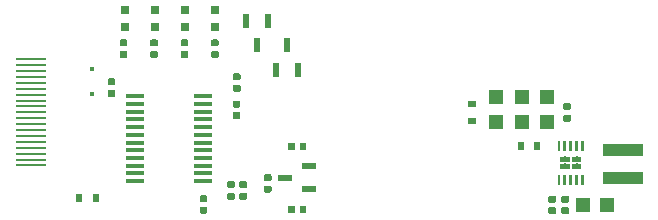
<source format=gbr>
G04 #@! TF.GenerationSoftware,KiCad,Pcbnew,5.1.4+dfsg1-1~bpo9+1*
G04 #@! TF.CreationDate,2020-03-11T10:38:48+01:00*
G04 #@! TF.ProjectId,krtkl-breakybreaky-hdmi-expansion,6b72746b-6c2d-4627-9265-616b79627265,rev?*
G04 #@! TF.SameCoordinates,Original*
G04 #@! TF.FileFunction,Paste,Top*
G04 #@! TF.FilePolarity,Positive*
%FSLAX46Y46*%
G04 Gerber Fmt 4.6, Leading zero omitted, Abs format (unit mm)*
G04 Created by KiCad (PCBNEW 5.1.4+dfsg1-1~bpo9+1) date 2020-03-11 10:38:48*
%MOMM*%
%LPD*%
G04 APERTURE LIST*
%ADD10C,0.100000*%
%ADD11C,0.590000*%
%ADD12R,0.600000X0.800000*%
%ADD13R,0.800000X0.600000*%
%ADD14R,2.600000X0.280000*%
%ADD15C,0.480000*%
%ADD16C,0.250000*%
%ADD17R,0.600000X1.300000*%
%ADD18R,3.400000X1.000000*%
%ADD19R,0.800000X0.800000*%
%ADD20R,1.200000X1.200000*%
%ADD21R,1.500000X0.450000*%
%ADD22R,1.300000X0.600000*%
%ADD23R,0.300000X0.400000*%
G04 APERTURE END LIST*
D10*
G36*
X156096958Y-118320710D02*
G01*
X156111276Y-118322834D01*
X156125317Y-118326351D01*
X156138946Y-118331228D01*
X156152031Y-118337417D01*
X156164447Y-118344858D01*
X156176073Y-118353481D01*
X156186798Y-118363202D01*
X156196519Y-118373927D01*
X156205142Y-118385553D01*
X156212583Y-118397969D01*
X156218772Y-118411054D01*
X156223649Y-118424683D01*
X156227166Y-118438724D01*
X156229290Y-118453042D01*
X156230000Y-118467500D01*
X156230000Y-118762500D01*
X156229290Y-118776958D01*
X156227166Y-118791276D01*
X156223649Y-118805317D01*
X156218772Y-118818946D01*
X156212583Y-118832031D01*
X156205142Y-118844447D01*
X156196519Y-118856073D01*
X156186798Y-118866798D01*
X156176073Y-118876519D01*
X156164447Y-118885142D01*
X156152031Y-118892583D01*
X156138946Y-118898772D01*
X156125317Y-118903649D01*
X156111276Y-118907166D01*
X156096958Y-118909290D01*
X156082500Y-118910000D01*
X155737500Y-118910000D01*
X155723042Y-118909290D01*
X155708724Y-118907166D01*
X155694683Y-118903649D01*
X155681054Y-118898772D01*
X155667969Y-118892583D01*
X155655553Y-118885142D01*
X155643927Y-118876519D01*
X155633202Y-118866798D01*
X155623481Y-118856073D01*
X155614858Y-118844447D01*
X155607417Y-118832031D01*
X155601228Y-118818946D01*
X155596351Y-118805317D01*
X155592834Y-118791276D01*
X155590710Y-118776958D01*
X155590000Y-118762500D01*
X155590000Y-118467500D01*
X155590710Y-118453042D01*
X155592834Y-118438724D01*
X155596351Y-118424683D01*
X155601228Y-118411054D01*
X155607417Y-118397969D01*
X155614858Y-118385553D01*
X155623481Y-118373927D01*
X155633202Y-118363202D01*
X155643927Y-118353481D01*
X155655553Y-118344858D01*
X155667969Y-118337417D01*
X155681054Y-118331228D01*
X155694683Y-118326351D01*
X155708724Y-118322834D01*
X155723042Y-118320710D01*
X155737500Y-118320000D01*
X156082500Y-118320000D01*
X156096958Y-118320710D01*
X156096958Y-118320710D01*
G37*
D11*
X155910000Y-118615000D03*
D10*
G36*
X156096958Y-119290710D02*
G01*
X156111276Y-119292834D01*
X156125317Y-119296351D01*
X156138946Y-119301228D01*
X156152031Y-119307417D01*
X156164447Y-119314858D01*
X156176073Y-119323481D01*
X156186798Y-119333202D01*
X156196519Y-119343927D01*
X156205142Y-119355553D01*
X156212583Y-119367969D01*
X156218772Y-119381054D01*
X156223649Y-119394683D01*
X156227166Y-119408724D01*
X156229290Y-119423042D01*
X156230000Y-119437500D01*
X156230000Y-119732500D01*
X156229290Y-119746958D01*
X156227166Y-119761276D01*
X156223649Y-119775317D01*
X156218772Y-119788946D01*
X156212583Y-119802031D01*
X156205142Y-119814447D01*
X156196519Y-119826073D01*
X156186798Y-119836798D01*
X156176073Y-119846519D01*
X156164447Y-119855142D01*
X156152031Y-119862583D01*
X156138946Y-119868772D01*
X156125317Y-119873649D01*
X156111276Y-119877166D01*
X156096958Y-119879290D01*
X156082500Y-119880000D01*
X155737500Y-119880000D01*
X155723042Y-119879290D01*
X155708724Y-119877166D01*
X155694683Y-119873649D01*
X155681054Y-119868772D01*
X155667969Y-119862583D01*
X155655553Y-119855142D01*
X155643927Y-119846519D01*
X155633202Y-119836798D01*
X155623481Y-119826073D01*
X155614858Y-119814447D01*
X155607417Y-119802031D01*
X155601228Y-119788946D01*
X155596351Y-119775317D01*
X155592834Y-119761276D01*
X155590710Y-119746958D01*
X155590000Y-119732500D01*
X155590000Y-119437500D01*
X155590710Y-119423042D01*
X155592834Y-119408724D01*
X155596351Y-119394683D01*
X155601228Y-119381054D01*
X155607417Y-119367969D01*
X155614858Y-119355553D01*
X155623481Y-119343927D01*
X155633202Y-119333202D01*
X155643927Y-119323481D01*
X155655553Y-119314858D01*
X155667969Y-119307417D01*
X155681054Y-119301228D01*
X155694683Y-119296351D01*
X155708724Y-119292834D01*
X155723042Y-119290710D01*
X155737500Y-119290000D01*
X156082500Y-119290000D01*
X156096958Y-119290710D01*
X156096958Y-119290710D01*
G37*
D11*
X155910000Y-119585000D03*
D10*
G36*
X157126958Y-118320710D02*
G01*
X157141276Y-118322834D01*
X157155317Y-118326351D01*
X157168946Y-118331228D01*
X157182031Y-118337417D01*
X157194447Y-118344858D01*
X157206073Y-118353481D01*
X157216798Y-118363202D01*
X157226519Y-118373927D01*
X157235142Y-118385553D01*
X157242583Y-118397969D01*
X157248772Y-118411054D01*
X157253649Y-118424683D01*
X157257166Y-118438724D01*
X157259290Y-118453042D01*
X157260000Y-118467500D01*
X157260000Y-118762500D01*
X157259290Y-118776958D01*
X157257166Y-118791276D01*
X157253649Y-118805317D01*
X157248772Y-118818946D01*
X157242583Y-118832031D01*
X157235142Y-118844447D01*
X157226519Y-118856073D01*
X157216798Y-118866798D01*
X157206073Y-118876519D01*
X157194447Y-118885142D01*
X157182031Y-118892583D01*
X157168946Y-118898772D01*
X157155317Y-118903649D01*
X157141276Y-118907166D01*
X157126958Y-118909290D01*
X157112500Y-118910000D01*
X156767500Y-118910000D01*
X156753042Y-118909290D01*
X156738724Y-118907166D01*
X156724683Y-118903649D01*
X156711054Y-118898772D01*
X156697969Y-118892583D01*
X156685553Y-118885142D01*
X156673927Y-118876519D01*
X156663202Y-118866798D01*
X156653481Y-118856073D01*
X156644858Y-118844447D01*
X156637417Y-118832031D01*
X156631228Y-118818946D01*
X156626351Y-118805317D01*
X156622834Y-118791276D01*
X156620710Y-118776958D01*
X156620000Y-118762500D01*
X156620000Y-118467500D01*
X156620710Y-118453042D01*
X156622834Y-118438724D01*
X156626351Y-118424683D01*
X156631228Y-118411054D01*
X156637417Y-118397969D01*
X156644858Y-118385553D01*
X156653481Y-118373927D01*
X156663202Y-118363202D01*
X156673927Y-118353481D01*
X156685553Y-118344858D01*
X156697969Y-118337417D01*
X156711054Y-118331228D01*
X156724683Y-118326351D01*
X156738724Y-118322834D01*
X156753042Y-118320710D01*
X156767500Y-118320000D01*
X157112500Y-118320000D01*
X157126958Y-118320710D01*
X157126958Y-118320710D01*
G37*
D11*
X156940000Y-118615000D03*
D10*
G36*
X157126958Y-119290710D02*
G01*
X157141276Y-119292834D01*
X157155317Y-119296351D01*
X157168946Y-119301228D01*
X157182031Y-119307417D01*
X157194447Y-119314858D01*
X157206073Y-119323481D01*
X157216798Y-119333202D01*
X157226519Y-119343927D01*
X157235142Y-119355553D01*
X157242583Y-119367969D01*
X157248772Y-119381054D01*
X157253649Y-119394683D01*
X157257166Y-119408724D01*
X157259290Y-119423042D01*
X157260000Y-119437500D01*
X157260000Y-119732500D01*
X157259290Y-119746958D01*
X157257166Y-119761276D01*
X157253649Y-119775317D01*
X157248772Y-119788946D01*
X157242583Y-119802031D01*
X157235142Y-119814447D01*
X157226519Y-119826073D01*
X157216798Y-119836798D01*
X157206073Y-119846519D01*
X157194447Y-119855142D01*
X157182031Y-119862583D01*
X157168946Y-119868772D01*
X157155317Y-119873649D01*
X157141276Y-119877166D01*
X157126958Y-119879290D01*
X157112500Y-119880000D01*
X156767500Y-119880000D01*
X156753042Y-119879290D01*
X156738724Y-119877166D01*
X156724683Y-119873649D01*
X156711054Y-119868772D01*
X156697969Y-119862583D01*
X156685553Y-119855142D01*
X156673927Y-119846519D01*
X156663202Y-119836798D01*
X156653481Y-119826073D01*
X156644858Y-119814447D01*
X156637417Y-119802031D01*
X156631228Y-119788946D01*
X156626351Y-119775317D01*
X156622834Y-119761276D01*
X156620710Y-119746958D01*
X156620000Y-119732500D01*
X156620000Y-119437500D01*
X156620710Y-119423042D01*
X156622834Y-119408724D01*
X156626351Y-119394683D01*
X156631228Y-119381054D01*
X156637417Y-119367969D01*
X156644858Y-119355553D01*
X156653481Y-119343927D01*
X156663202Y-119333202D01*
X156673927Y-119323481D01*
X156685553Y-119314858D01*
X156697969Y-119307417D01*
X156711054Y-119301228D01*
X156724683Y-119296351D01*
X156738724Y-119292834D01*
X156753042Y-119290710D01*
X156767500Y-119290000D01*
X157112500Y-119290000D01*
X157126958Y-119290710D01*
X157126958Y-119290710D01*
G37*
D11*
X156940000Y-119585000D03*
D12*
X143080000Y-119750000D03*
X144480000Y-119750000D03*
D13*
X176310000Y-111800000D03*
X176310000Y-113200000D03*
D14*
X138980000Y-107990000D03*
X138980000Y-108490000D03*
X138980000Y-108990000D03*
X138980000Y-109490000D03*
X138980000Y-109990000D03*
X138980000Y-110490000D03*
X138980000Y-110990000D03*
X138980000Y-111490000D03*
X138980000Y-111990000D03*
X138980000Y-116990000D03*
X138980000Y-116490000D03*
X138980000Y-115990000D03*
X138980000Y-115490000D03*
X138980000Y-114990000D03*
X138980000Y-114490000D03*
X138980000Y-113990000D03*
X138980000Y-113490000D03*
X138980000Y-112990000D03*
X138980000Y-112490000D03*
D10*
G36*
X185476762Y-116830578D02*
G01*
X185488411Y-116832306D01*
X185499834Y-116835167D01*
X185510922Y-116839134D01*
X185521568Y-116844169D01*
X185531668Y-116850224D01*
X185541127Y-116857239D01*
X185549853Y-116865147D01*
X185557761Y-116873873D01*
X185564776Y-116883332D01*
X185570831Y-116893432D01*
X185575866Y-116904078D01*
X185579833Y-116915166D01*
X185582694Y-116926589D01*
X185584422Y-116938238D01*
X185585000Y-116950000D01*
X185585000Y-117190000D01*
X185584422Y-117201762D01*
X185582694Y-117213411D01*
X185579833Y-117224834D01*
X185575866Y-117235922D01*
X185570831Y-117246568D01*
X185564776Y-117256668D01*
X185557761Y-117266127D01*
X185549853Y-117274853D01*
X185541127Y-117282761D01*
X185531668Y-117289776D01*
X185521568Y-117295831D01*
X185510922Y-117300866D01*
X185499834Y-117304833D01*
X185488411Y-117307694D01*
X185476762Y-117309422D01*
X185465000Y-117310000D01*
X184895000Y-117310000D01*
X184883238Y-117309422D01*
X184871589Y-117307694D01*
X184860166Y-117304833D01*
X184849078Y-117300866D01*
X184838432Y-117295831D01*
X184828332Y-117289776D01*
X184818873Y-117282761D01*
X184810147Y-117274853D01*
X184802239Y-117266127D01*
X184795224Y-117256668D01*
X184789169Y-117246568D01*
X184784134Y-117235922D01*
X184780167Y-117224834D01*
X184777306Y-117213411D01*
X184775578Y-117201762D01*
X184775000Y-117190000D01*
X184775000Y-116950000D01*
X184775578Y-116938238D01*
X184777306Y-116926589D01*
X184780167Y-116915166D01*
X184784134Y-116904078D01*
X184789169Y-116893432D01*
X184795224Y-116883332D01*
X184802239Y-116873873D01*
X184810147Y-116865147D01*
X184818873Y-116857239D01*
X184828332Y-116850224D01*
X184838432Y-116844169D01*
X184849078Y-116839134D01*
X184860166Y-116835167D01*
X184871589Y-116832306D01*
X184883238Y-116830578D01*
X184895000Y-116830000D01*
X185465000Y-116830000D01*
X185476762Y-116830578D01*
X185476762Y-116830578D01*
G37*
D15*
X185180000Y-117070000D03*
D10*
G36*
X184476762Y-116230578D02*
G01*
X184488411Y-116232306D01*
X184499834Y-116235167D01*
X184510922Y-116239134D01*
X184521568Y-116244169D01*
X184531668Y-116250224D01*
X184541127Y-116257239D01*
X184549853Y-116265147D01*
X184557761Y-116273873D01*
X184564776Y-116283332D01*
X184570831Y-116293432D01*
X184575866Y-116304078D01*
X184579833Y-116315166D01*
X184582694Y-116326589D01*
X184584422Y-116338238D01*
X184585000Y-116350000D01*
X184585000Y-116590000D01*
X184584422Y-116601762D01*
X184582694Y-116613411D01*
X184579833Y-116624834D01*
X184575866Y-116635922D01*
X184570831Y-116646568D01*
X184564776Y-116656668D01*
X184557761Y-116666127D01*
X184549853Y-116674853D01*
X184541127Y-116682761D01*
X184531668Y-116689776D01*
X184521568Y-116695831D01*
X184510922Y-116700866D01*
X184499834Y-116704833D01*
X184488411Y-116707694D01*
X184476762Y-116709422D01*
X184465000Y-116710000D01*
X183895000Y-116710000D01*
X183883238Y-116709422D01*
X183871589Y-116707694D01*
X183860166Y-116704833D01*
X183849078Y-116700866D01*
X183838432Y-116695831D01*
X183828332Y-116689776D01*
X183818873Y-116682761D01*
X183810147Y-116674853D01*
X183802239Y-116666127D01*
X183795224Y-116656668D01*
X183789169Y-116646568D01*
X183784134Y-116635922D01*
X183780167Y-116624834D01*
X183777306Y-116613411D01*
X183775578Y-116601762D01*
X183775000Y-116590000D01*
X183775000Y-116350000D01*
X183775578Y-116338238D01*
X183777306Y-116326589D01*
X183780167Y-116315166D01*
X183784134Y-116304078D01*
X183789169Y-116293432D01*
X183795224Y-116283332D01*
X183802239Y-116273873D01*
X183810147Y-116265147D01*
X183818873Y-116257239D01*
X183828332Y-116250224D01*
X183838432Y-116244169D01*
X183849078Y-116239134D01*
X183860166Y-116235167D01*
X183871589Y-116232306D01*
X183883238Y-116230578D01*
X183895000Y-116230000D01*
X184465000Y-116230000D01*
X184476762Y-116230578D01*
X184476762Y-116230578D01*
G37*
D15*
X184180000Y-116470000D03*
D10*
G36*
X184748626Y-117770301D02*
G01*
X184754693Y-117771201D01*
X184760643Y-117772691D01*
X184766418Y-117774758D01*
X184771962Y-117777380D01*
X184777223Y-117780533D01*
X184782150Y-117784187D01*
X184786694Y-117788306D01*
X184790813Y-117792850D01*
X184794467Y-117797777D01*
X184797620Y-117803038D01*
X184800242Y-117808582D01*
X184802309Y-117814357D01*
X184803799Y-117820307D01*
X184804699Y-117826374D01*
X184805000Y-117832500D01*
X184805000Y-118582500D01*
X184804699Y-118588626D01*
X184803799Y-118594693D01*
X184802309Y-118600643D01*
X184800242Y-118606418D01*
X184797620Y-118611962D01*
X184794467Y-118617223D01*
X184790813Y-118622150D01*
X184786694Y-118626694D01*
X184782150Y-118630813D01*
X184777223Y-118634467D01*
X184771962Y-118637620D01*
X184766418Y-118640242D01*
X184760643Y-118642309D01*
X184754693Y-118643799D01*
X184748626Y-118644699D01*
X184742500Y-118645000D01*
X184617500Y-118645000D01*
X184611374Y-118644699D01*
X184605307Y-118643799D01*
X184599357Y-118642309D01*
X184593582Y-118640242D01*
X184588038Y-118637620D01*
X184582777Y-118634467D01*
X184577850Y-118630813D01*
X184573306Y-118626694D01*
X184569187Y-118622150D01*
X184565533Y-118617223D01*
X184562380Y-118611962D01*
X184559758Y-118606418D01*
X184557691Y-118600643D01*
X184556201Y-118594693D01*
X184555301Y-118588626D01*
X184555000Y-118582500D01*
X184555000Y-117832500D01*
X184555301Y-117826374D01*
X184556201Y-117820307D01*
X184557691Y-117814357D01*
X184559758Y-117808582D01*
X184562380Y-117803038D01*
X184565533Y-117797777D01*
X184569187Y-117792850D01*
X184573306Y-117788306D01*
X184577850Y-117784187D01*
X184582777Y-117780533D01*
X184588038Y-117777380D01*
X184593582Y-117774758D01*
X184599357Y-117772691D01*
X184605307Y-117771201D01*
X184611374Y-117770301D01*
X184617500Y-117770000D01*
X184742500Y-117770000D01*
X184748626Y-117770301D01*
X184748626Y-117770301D01*
G37*
D16*
X184680000Y-118207500D03*
D10*
G36*
X185248626Y-117770301D02*
G01*
X185254693Y-117771201D01*
X185260643Y-117772691D01*
X185266418Y-117774758D01*
X185271962Y-117777380D01*
X185277223Y-117780533D01*
X185282150Y-117784187D01*
X185286694Y-117788306D01*
X185290813Y-117792850D01*
X185294467Y-117797777D01*
X185297620Y-117803038D01*
X185300242Y-117808582D01*
X185302309Y-117814357D01*
X185303799Y-117820307D01*
X185304699Y-117826374D01*
X185305000Y-117832500D01*
X185305000Y-118582500D01*
X185304699Y-118588626D01*
X185303799Y-118594693D01*
X185302309Y-118600643D01*
X185300242Y-118606418D01*
X185297620Y-118611962D01*
X185294467Y-118617223D01*
X185290813Y-118622150D01*
X185286694Y-118626694D01*
X185282150Y-118630813D01*
X185277223Y-118634467D01*
X185271962Y-118637620D01*
X185266418Y-118640242D01*
X185260643Y-118642309D01*
X185254693Y-118643799D01*
X185248626Y-118644699D01*
X185242500Y-118645000D01*
X185117500Y-118645000D01*
X185111374Y-118644699D01*
X185105307Y-118643799D01*
X185099357Y-118642309D01*
X185093582Y-118640242D01*
X185088038Y-118637620D01*
X185082777Y-118634467D01*
X185077850Y-118630813D01*
X185073306Y-118626694D01*
X185069187Y-118622150D01*
X185065533Y-118617223D01*
X185062380Y-118611962D01*
X185059758Y-118606418D01*
X185057691Y-118600643D01*
X185056201Y-118594693D01*
X185055301Y-118588626D01*
X185055000Y-118582500D01*
X185055000Y-117832500D01*
X185055301Y-117826374D01*
X185056201Y-117820307D01*
X185057691Y-117814357D01*
X185059758Y-117808582D01*
X185062380Y-117803038D01*
X185065533Y-117797777D01*
X185069187Y-117792850D01*
X185073306Y-117788306D01*
X185077850Y-117784187D01*
X185082777Y-117780533D01*
X185088038Y-117777380D01*
X185093582Y-117774758D01*
X185099357Y-117772691D01*
X185105307Y-117771201D01*
X185111374Y-117770301D01*
X185117500Y-117770000D01*
X185242500Y-117770000D01*
X185248626Y-117770301D01*
X185248626Y-117770301D01*
G37*
D16*
X185180000Y-118207500D03*
D10*
G36*
X185748626Y-117770301D02*
G01*
X185754693Y-117771201D01*
X185760643Y-117772691D01*
X185766418Y-117774758D01*
X185771962Y-117777380D01*
X185777223Y-117780533D01*
X185782150Y-117784187D01*
X185786694Y-117788306D01*
X185790813Y-117792850D01*
X185794467Y-117797777D01*
X185797620Y-117803038D01*
X185800242Y-117808582D01*
X185802309Y-117814357D01*
X185803799Y-117820307D01*
X185804699Y-117826374D01*
X185805000Y-117832500D01*
X185805000Y-118582500D01*
X185804699Y-118588626D01*
X185803799Y-118594693D01*
X185802309Y-118600643D01*
X185800242Y-118606418D01*
X185797620Y-118611962D01*
X185794467Y-118617223D01*
X185790813Y-118622150D01*
X185786694Y-118626694D01*
X185782150Y-118630813D01*
X185777223Y-118634467D01*
X185771962Y-118637620D01*
X185766418Y-118640242D01*
X185760643Y-118642309D01*
X185754693Y-118643799D01*
X185748626Y-118644699D01*
X185742500Y-118645000D01*
X185617500Y-118645000D01*
X185611374Y-118644699D01*
X185605307Y-118643799D01*
X185599357Y-118642309D01*
X185593582Y-118640242D01*
X185588038Y-118637620D01*
X185582777Y-118634467D01*
X185577850Y-118630813D01*
X185573306Y-118626694D01*
X185569187Y-118622150D01*
X185565533Y-118617223D01*
X185562380Y-118611962D01*
X185559758Y-118606418D01*
X185557691Y-118600643D01*
X185556201Y-118594693D01*
X185555301Y-118588626D01*
X185555000Y-118582500D01*
X185555000Y-117832500D01*
X185555301Y-117826374D01*
X185556201Y-117820307D01*
X185557691Y-117814357D01*
X185559758Y-117808582D01*
X185562380Y-117803038D01*
X185565533Y-117797777D01*
X185569187Y-117792850D01*
X185573306Y-117788306D01*
X185577850Y-117784187D01*
X185582777Y-117780533D01*
X185588038Y-117777380D01*
X185593582Y-117774758D01*
X185599357Y-117772691D01*
X185605307Y-117771201D01*
X185611374Y-117770301D01*
X185617500Y-117770000D01*
X185742500Y-117770000D01*
X185748626Y-117770301D01*
X185748626Y-117770301D01*
G37*
D16*
X185680000Y-118207500D03*
D10*
G36*
X183748626Y-117770301D02*
G01*
X183754693Y-117771201D01*
X183760643Y-117772691D01*
X183766418Y-117774758D01*
X183771962Y-117777380D01*
X183777223Y-117780533D01*
X183782150Y-117784187D01*
X183786694Y-117788306D01*
X183790813Y-117792850D01*
X183794467Y-117797777D01*
X183797620Y-117803038D01*
X183800242Y-117808582D01*
X183802309Y-117814357D01*
X183803799Y-117820307D01*
X183804699Y-117826374D01*
X183805000Y-117832500D01*
X183805000Y-118582500D01*
X183804699Y-118588626D01*
X183803799Y-118594693D01*
X183802309Y-118600643D01*
X183800242Y-118606418D01*
X183797620Y-118611962D01*
X183794467Y-118617223D01*
X183790813Y-118622150D01*
X183786694Y-118626694D01*
X183782150Y-118630813D01*
X183777223Y-118634467D01*
X183771962Y-118637620D01*
X183766418Y-118640242D01*
X183760643Y-118642309D01*
X183754693Y-118643799D01*
X183748626Y-118644699D01*
X183742500Y-118645000D01*
X183617500Y-118645000D01*
X183611374Y-118644699D01*
X183605307Y-118643799D01*
X183599357Y-118642309D01*
X183593582Y-118640242D01*
X183588038Y-118637620D01*
X183582777Y-118634467D01*
X183577850Y-118630813D01*
X183573306Y-118626694D01*
X183569187Y-118622150D01*
X183565533Y-118617223D01*
X183562380Y-118611962D01*
X183559758Y-118606418D01*
X183557691Y-118600643D01*
X183556201Y-118594693D01*
X183555301Y-118588626D01*
X183555000Y-118582500D01*
X183555000Y-117832500D01*
X183555301Y-117826374D01*
X183556201Y-117820307D01*
X183557691Y-117814357D01*
X183559758Y-117808582D01*
X183562380Y-117803038D01*
X183565533Y-117797777D01*
X183569187Y-117792850D01*
X183573306Y-117788306D01*
X183577850Y-117784187D01*
X183582777Y-117780533D01*
X183588038Y-117777380D01*
X183593582Y-117774758D01*
X183599357Y-117772691D01*
X183605307Y-117771201D01*
X183611374Y-117770301D01*
X183617500Y-117770000D01*
X183742500Y-117770000D01*
X183748626Y-117770301D01*
X183748626Y-117770301D01*
G37*
D16*
X183680000Y-118207500D03*
D10*
G36*
X184248626Y-117770301D02*
G01*
X184254693Y-117771201D01*
X184260643Y-117772691D01*
X184266418Y-117774758D01*
X184271962Y-117777380D01*
X184277223Y-117780533D01*
X184282150Y-117784187D01*
X184286694Y-117788306D01*
X184290813Y-117792850D01*
X184294467Y-117797777D01*
X184297620Y-117803038D01*
X184300242Y-117808582D01*
X184302309Y-117814357D01*
X184303799Y-117820307D01*
X184304699Y-117826374D01*
X184305000Y-117832500D01*
X184305000Y-118582500D01*
X184304699Y-118588626D01*
X184303799Y-118594693D01*
X184302309Y-118600643D01*
X184300242Y-118606418D01*
X184297620Y-118611962D01*
X184294467Y-118617223D01*
X184290813Y-118622150D01*
X184286694Y-118626694D01*
X184282150Y-118630813D01*
X184277223Y-118634467D01*
X184271962Y-118637620D01*
X184266418Y-118640242D01*
X184260643Y-118642309D01*
X184254693Y-118643799D01*
X184248626Y-118644699D01*
X184242500Y-118645000D01*
X184117500Y-118645000D01*
X184111374Y-118644699D01*
X184105307Y-118643799D01*
X184099357Y-118642309D01*
X184093582Y-118640242D01*
X184088038Y-118637620D01*
X184082777Y-118634467D01*
X184077850Y-118630813D01*
X184073306Y-118626694D01*
X184069187Y-118622150D01*
X184065533Y-118617223D01*
X184062380Y-118611962D01*
X184059758Y-118606418D01*
X184057691Y-118600643D01*
X184056201Y-118594693D01*
X184055301Y-118588626D01*
X184055000Y-118582500D01*
X184055000Y-117832500D01*
X184055301Y-117826374D01*
X184056201Y-117820307D01*
X184057691Y-117814357D01*
X184059758Y-117808582D01*
X184062380Y-117803038D01*
X184065533Y-117797777D01*
X184069187Y-117792850D01*
X184073306Y-117788306D01*
X184077850Y-117784187D01*
X184082777Y-117780533D01*
X184088038Y-117777380D01*
X184093582Y-117774758D01*
X184099357Y-117772691D01*
X184105307Y-117771201D01*
X184111374Y-117770301D01*
X184117500Y-117770000D01*
X184242500Y-117770000D01*
X184248626Y-117770301D01*
X184248626Y-117770301D01*
G37*
D16*
X184180000Y-118207500D03*
D10*
G36*
X184248626Y-114895301D02*
G01*
X184254693Y-114896201D01*
X184260643Y-114897691D01*
X184266418Y-114899758D01*
X184271962Y-114902380D01*
X184277223Y-114905533D01*
X184282150Y-114909187D01*
X184286694Y-114913306D01*
X184290813Y-114917850D01*
X184294467Y-114922777D01*
X184297620Y-114928038D01*
X184300242Y-114933582D01*
X184302309Y-114939357D01*
X184303799Y-114945307D01*
X184304699Y-114951374D01*
X184305000Y-114957500D01*
X184305000Y-115707500D01*
X184304699Y-115713626D01*
X184303799Y-115719693D01*
X184302309Y-115725643D01*
X184300242Y-115731418D01*
X184297620Y-115736962D01*
X184294467Y-115742223D01*
X184290813Y-115747150D01*
X184286694Y-115751694D01*
X184282150Y-115755813D01*
X184277223Y-115759467D01*
X184271962Y-115762620D01*
X184266418Y-115765242D01*
X184260643Y-115767309D01*
X184254693Y-115768799D01*
X184248626Y-115769699D01*
X184242500Y-115770000D01*
X184117500Y-115770000D01*
X184111374Y-115769699D01*
X184105307Y-115768799D01*
X184099357Y-115767309D01*
X184093582Y-115765242D01*
X184088038Y-115762620D01*
X184082777Y-115759467D01*
X184077850Y-115755813D01*
X184073306Y-115751694D01*
X184069187Y-115747150D01*
X184065533Y-115742223D01*
X184062380Y-115736962D01*
X184059758Y-115731418D01*
X184057691Y-115725643D01*
X184056201Y-115719693D01*
X184055301Y-115713626D01*
X184055000Y-115707500D01*
X184055000Y-114957500D01*
X184055301Y-114951374D01*
X184056201Y-114945307D01*
X184057691Y-114939357D01*
X184059758Y-114933582D01*
X184062380Y-114928038D01*
X184065533Y-114922777D01*
X184069187Y-114917850D01*
X184073306Y-114913306D01*
X184077850Y-114909187D01*
X184082777Y-114905533D01*
X184088038Y-114902380D01*
X184093582Y-114899758D01*
X184099357Y-114897691D01*
X184105307Y-114896201D01*
X184111374Y-114895301D01*
X184117500Y-114895000D01*
X184242500Y-114895000D01*
X184248626Y-114895301D01*
X184248626Y-114895301D01*
G37*
D16*
X184180000Y-115332500D03*
D10*
G36*
X183748626Y-114895301D02*
G01*
X183754693Y-114896201D01*
X183760643Y-114897691D01*
X183766418Y-114899758D01*
X183771962Y-114902380D01*
X183777223Y-114905533D01*
X183782150Y-114909187D01*
X183786694Y-114913306D01*
X183790813Y-114917850D01*
X183794467Y-114922777D01*
X183797620Y-114928038D01*
X183800242Y-114933582D01*
X183802309Y-114939357D01*
X183803799Y-114945307D01*
X183804699Y-114951374D01*
X183805000Y-114957500D01*
X183805000Y-115707500D01*
X183804699Y-115713626D01*
X183803799Y-115719693D01*
X183802309Y-115725643D01*
X183800242Y-115731418D01*
X183797620Y-115736962D01*
X183794467Y-115742223D01*
X183790813Y-115747150D01*
X183786694Y-115751694D01*
X183782150Y-115755813D01*
X183777223Y-115759467D01*
X183771962Y-115762620D01*
X183766418Y-115765242D01*
X183760643Y-115767309D01*
X183754693Y-115768799D01*
X183748626Y-115769699D01*
X183742500Y-115770000D01*
X183617500Y-115770000D01*
X183611374Y-115769699D01*
X183605307Y-115768799D01*
X183599357Y-115767309D01*
X183593582Y-115765242D01*
X183588038Y-115762620D01*
X183582777Y-115759467D01*
X183577850Y-115755813D01*
X183573306Y-115751694D01*
X183569187Y-115747150D01*
X183565533Y-115742223D01*
X183562380Y-115736962D01*
X183559758Y-115731418D01*
X183557691Y-115725643D01*
X183556201Y-115719693D01*
X183555301Y-115713626D01*
X183555000Y-115707500D01*
X183555000Y-114957500D01*
X183555301Y-114951374D01*
X183556201Y-114945307D01*
X183557691Y-114939357D01*
X183559758Y-114933582D01*
X183562380Y-114928038D01*
X183565533Y-114922777D01*
X183569187Y-114917850D01*
X183573306Y-114913306D01*
X183577850Y-114909187D01*
X183582777Y-114905533D01*
X183588038Y-114902380D01*
X183593582Y-114899758D01*
X183599357Y-114897691D01*
X183605307Y-114896201D01*
X183611374Y-114895301D01*
X183617500Y-114895000D01*
X183742500Y-114895000D01*
X183748626Y-114895301D01*
X183748626Y-114895301D01*
G37*
D16*
X183680000Y-115332500D03*
D10*
G36*
X185476762Y-116230578D02*
G01*
X185488411Y-116232306D01*
X185499834Y-116235167D01*
X185510922Y-116239134D01*
X185521568Y-116244169D01*
X185531668Y-116250224D01*
X185541127Y-116257239D01*
X185549853Y-116265147D01*
X185557761Y-116273873D01*
X185564776Y-116283332D01*
X185570831Y-116293432D01*
X185575866Y-116304078D01*
X185579833Y-116315166D01*
X185582694Y-116326589D01*
X185584422Y-116338238D01*
X185585000Y-116350000D01*
X185585000Y-116590000D01*
X185584422Y-116601762D01*
X185582694Y-116613411D01*
X185579833Y-116624834D01*
X185575866Y-116635922D01*
X185570831Y-116646568D01*
X185564776Y-116656668D01*
X185557761Y-116666127D01*
X185549853Y-116674853D01*
X185541127Y-116682761D01*
X185531668Y-116689776D01*
X185521568Y-116695831D01*
X185510922Y-116700866D01*
X185499834Y-116704833D01*
X185488411Y-116707694D01*
X185476762Y-116709422D01*
X185465000Y-116710000D01*
X184895000Y-116710000D01*
X184883238Y-116709422D01*
X184871589Y-116707694D01*
X184860166Y-116704833D01*
X184849078Y-116700866D01*
X184838432Y-116695831D01*
X184828332Y-116689776D01*
X184818873Y-116682761D01*
X184810147Y-116674853D01*
X184802239Y-116666127D01*
X184795224Y-116656668D01*
X184789169Y-116646568D01*
X184784134Y-116635922D01*
X184780167Y-116624834D01*
X184777306Y-116613411D01*
X184775578Y-116601762D01*
X184775000Y-116590000D01*
X184775000Y-116350000D01*
X184775578Y-116338238D01*
X184777306Y-116326589D01*
X184780167Y-116315166D01*
X184784134Y-116304078D01*
X184789169Y-116293432D01*
X184795224Y-116283332D01*
X184802239Y-116273873D01*
X184810147Y-116265147D01*
X184818873Y-116257239D01*
X184828332Y-116250224D01*
X184838432Y-116244169D01*
X184849078Y-116239134D01*
X184860166Y-116235167D01*
X184871589Y-116232306D01*
X184883238Y-116230578D01*
X184895000Y-116230000D01*
X185465000Y-116230000D01*
X185476762Y-116230578D01*
X185476762Y-116230578D01*
G37*
D15*
X185180000Y-116470000D03*
D10*
G36*
X184476762Y-116830578D02*
G01*
X184488411Y-116832306D01*
X184499834Y-116835167D01*
X184510922Y-116839134D01*
X184521568Y-116844169D01*
X184531668Y-116850224D01*
X184541127Y-116857239D01*
X184549853Y-116865147D01*
X184557761Y-116873873D01*
X184564776Y-116883332D01*
X184570831Y-116893432D01*
X184575866Y-116904078D01*
X184579833Y-116915166D01*
X184582694Y-116926589D01*
X184584422Y-116938238D01*
X184585000Y-116950000D01*
X184585000Y-117190000D01*
X184584422Y-117201762D01*
X184582694Y-117213411D01*
X184579833Y-117224834D01*
X184575866Y-117235922D01*
X184570831Y-117246568D01*
X184564776Y-117256668D01*
X184557761Y-117266127D01*
X184549853Y-117274853D01*
X184541127Y-117282761D01*
X184531668Y-117289776D01*
X184521568Y-117295831D01*
X184510922Y-117300866D01*
X184499834Y-117304833D01*
X184488411Y-117307694D01*
X184476762Y-117309422D01*
X184465000Y-117310000D01*
X183895000Y-117310000D01*
X183883238Y-117309422D01*
X183871589Y-117307694D01*
X183860166Y-117304833D01*
X183849078Y-117300866D01*
X183838432Y-117295831D01*
X183828332Y-117289776D01*
X183818873Y-117282761D01*
X183810147Y-117274853D01*
X183802239Y-117266127D01*
X183795224Y-117256668D01*
X183789169Y-117246568D01*
X183784134Y-117235922D01*
X183780167Y-117224834D01*
X183777306Y-117213411D01*
X183775578Y-117201762D01*
X183775000Y-117190000D01*
X183775000Y-116950000D01*
X183775578Y-116938238D01*
X183777306Y-116926589D01*
X183780167Y-116915166D01*
X183784134Y-116904078D01*
X183789169Y-116893432D01*
X183795224Y-116883332D01*
X183802239Y-116873873D01*
X183810147Y-116865147D01*
X183818873Y-116857239D01*
X183828332Y-116850224D01*
X183838432Y-116844169D01*
X183849078Y-116839134D01*
X183860166Y-116835167D01*
X183871589Y-116832306D01*
X183883238Y-116830578D01*
X183895000Y-116830000D01*
X184465000Y-116830000D01*
X184476762Y-116830578D01*
X184476762Y-116830578D01*
G37*
D15*
X184180000Y-117070000D03*
D10*
G36*
X185748626Y-114895301D02*
G01*
X185754693Y-114896201D01*
X185760643Y-114897691D01*
X185766418Y-114899758D01*
X185771962Y-114902380D01*
X185777223Y-114905533D01*
X185782150Y-114909187D01*
X185786694Y-114913306D01*
X185790813Y-114917850D01*
X185794467Y-114922777D01*
X185797620Y-114928038D01*
X185800242Y-114933582D01*
X185802309Y-114939357D01*
X185803799Y-114945307D01*
X185804699Y-114951374D01*
X185805000Y-114957500D01*
X185805000Y-115707500D01*
X185804699Y-115713626D01*
X185803799Y-115719693D01*
X185802309Y-115725643D01*
X185800242Y-115731418D01*
X185797620Y-115736962D01*
X185794467Y-115742223D01*
X185790813Y-115747150D01*
X185786694Y-115751694D01*
X185782150Y-115755813D01*
X185777223Y-115759467D01*
X185771962Y-115762620D01*
X185766418Y-115765242D01*
X185760643Y-115767309D01*
X185754693Y-115768799D01*
X185748626Y-115769699D01*
X185742500Y-115770000D01*
X185617500Y-115770000D01*
X185611374Y-115769699D01*
X185605307Y-115768799D01*
X185599357Y-115767309D01*
X185593582Y-115765242D01*
X185588038Y-115762620D01*
X185582777Y-115759467D01*
X185577850Y-115755813D01*
X185573306Y-115751694D01*
X185569187Y-115747150D01*
X185565533Y-115742223D01*
X185562380Y-115736962D01*
X185559758Y-115731418D01*
X185557691Y-115725643D01*
X185556201Y-115719693D01*
X185555301Y-115713626D01*
X185555000Y-115707500D01*
X185555000Y-114957500D01*
X185555301Y-114951374D01*
X185556201Y-114945307D01*
X185557691Y-114939357D01*
X185559758Y-114933582D01*
X185562380Y-114928038D01*
X185565533Y-114922777D01*
X185569187Y-114917850D01*
X185573306Y-114913306D01*
X185577850Y-114909187D01*
X185582777Y-114905533D01*
X185588038Y-114902380D01*
X185593582Y-114899758D01*
X185599357Y-114897691D01*
X185605307Y-114896201D01*
X185611374Y-114895301D01*
X185617500Y-114895000D01*
X185742500Y-114895000D01*
X185748626Y-114895301D01*
X185748626Y-114895301D01*
G37*
D16*
X185680000Y-115332500D03*
D10*
G36*
X185248626Y-114895301D02*
G01*
X185254693Y-114896201D01*
X185260643Y-114897691D01*
X185266418Y-114899758D01*
X185271962Y-114902380D01*
X185277223Y-114905533D01*
X185282150Y-114909187D01*
X185286694Y-114913306D01*
X185290813Y-114917850D01*
X185294467Y-114922777D01*
X185297620Y-114928038D01*
X185300242Y-114933582D01*
X185302309Y-114939357D01*
X185303799Y-114945307D01*
X185304699Y-114951374D01*
X185305000Y-114957500D01*
X185305000Y-115707500D01*
X185304699Y-115713626D01*
X185303799Y-115719693D01*
X185302309Y-115725643D01*
X185300242Y-115731418D01*
X185297620Y-115736962D01*
X185294467Y-115742223D01*
X185290813Y-115747150D01*
X185286694Y-115751694D01*
X185282150Y-115755813D01*
X185277223Y-115759467D01*
X185271962Y-115762620D01*
X185266418Y-115765242D01*
X185260643Y-115767309D01*
X185254693Y-115768799D01*
X185248626Y-115769699D01*
X185242500Y-115770000D01*
X185117500Y-115770000D01*
X185111374Y-115769699D01*
X185105307Y-115768799D01*
X185099357Y-115767309D01*
X185093582Y-115765242D01*
X185088038Y-115762620D01*
X185082777Y-115759467D01*
X185077850Y-115755813D01*
X185073306Y-115751694D01*
X185069187Y-115747150D01*
X185065533Y-115742223D01*
X185062380Y-115736962D01*
X185059758Y-115731418D01*
X185057691Y-115725643D01*
X185056201Y-115719693D01*
X185055301Y-115713626D01*
X185055000Y-115707500D01*
X185055000Y-114957500D01*
X185055301Y-114951374D01*
X185056201Y-114945307D01*
X185057691Y-114939357D01*
X185059758Y-114933582D01*
X185062380Y-114928038D01*
X185065533Y-114922777D01*
X185069187Y-114917850D01*
X185073306Y-114913306D01*
X185077850Y-114909187D01*
X185082777Y-114905533D01*
X185088038Y-114902380D01*
X185093582Y-114899758D01*
X185099357Y-114897691D01*
X185105307Y-114896201D01*
X185111374Y-114895301D01*
X185117500Y-114895000D01*
X185242500Y-114895000D01*
X185248626Y-114895301D01*
X185248626Y-114895301D01*
G37*
D16*
X185180000Y-115332500D03*
D10*
G36*
X184748626Y-114895301D02*
G01*
X184754693Y-114896201D01*
X184760643Y-114897691D01*
X184766418Y-114899758D01*
X184771962Y-114902380D01*
X184777223Y-114905533D01*
X184782150Y-114909187D01*
X184786694Y-114913306D01*
X184790813Y-114917850D01*
X184794467Y-114922777D01*
X184797620Y-114928038D01*
X184800242Y-114933582D01*
X184802309Y-114939357D01*
X184803799Y-114945307D01*
X184804699Y-114951374D01*
X184805000Y-114957500D01*
X184805000Y-115707500D01*
X184804699Y-115713626D01*
X184803799Y-115719693D01*
X184802309Y-115725643D01*
X184800242Y-115731418D01*
X184797620Y-115736962D01*
X184794467Y-115742223D01*
X184790813Y-115747150D01*
X184786694Y-115751694D01*
X184782150Y-115755813D01*
X184777223Y-115759467D01*
X184771962Y-115762620D01*
X184766418Y-115765242D01*
X184760643Y-115767309D01*
X184754693Y-115768799D01*
X184748626Y-115769699D01*
X184742500Y-115770000D01*
X184617500Y-115770000D01*
X184611374Y-115769699D01*
X184605307Y-115768799D01*
X184599357Y-115767309D01*
X184593582Y-115765242D01*
X184588038Y-115762620D01*
X184582777Y-115759467D01*
X184577850Y-115755813D01*
X184573306Y-115751694D01*
X184569187Y-115747150D01*
X184565533Y-115742223D01*
X184562380Y-115736962D01*
X184559758Y-115731418D01*
X184557691Y-115725643D01*
X184556201Y-115719693D01*
X184555301Y-115713626D01*
X184555000Y-115707500D01*
X184555000Y-114957500D01*
X184555301Y-114951374D01*
X184556201Y-114945307D01*
X184557691Y-114939357D01*
X184559758Y-114933582D01*
X184562380Y-114928038D01*
X184565533Y-114922777D01*
X184569187Y-114917850D01*
X184573306Y-114913306D01*
X184577850Y-114909187D01*
X184582777Y-114905533D01*
X184588038Y-114902380D01*
X184593582Y-114899758D01*
X184599357Y-114897691D01*
X184605307Y-114896201D01*
X184611374Y-114895301D01*
X184617500Y-114895000D01*
X184742500Y-114895000D01*
X184748626Y-114895301D01*
X184748626Y-114895301D01*
G37*
D16*
X184680000Y-115332500D03*
D10*
G36*
X184386958Y-120520710D02*
G01*
X184401276Y-120522834D01*
X184415317Y-120526351D01*
X184428946Y-120531228D01*
X184442031Y-120537417D01*
X184454447Y-120544858D01*
X184466073Y-120553481D01*
X184476798Y-120563202D01*
X184486519Y-120573927D01*
X184495142Y-120585553D01*
X184502583Y-120597969D01*
X184508772Y-120611054D01*
X184513649Y-120624683D01*
X184517166Y-120638724D01*
X184519290Y-120653042D01*
X184520000Y-120667500D01*
X184520000Y-120962500D01*
X184519290Y-120976958D01*
X184517166Y-120991276D01*
X184513649Y-121005317D01*
X184508772Y-121018946D01*
X184502583Y-121032031D01*
X184495142Y-121044447D01*
X184486519Y-121056073D01*
X184476798Y-121066798D01*
X184466073Y-121076519D01*
X184454447Y-121085142D01*
X184442031Y-121092583D01*
X184428946Y-121098772D01*
X184415317Y-121103649D01*
X184401276Y-121107166D01*
X184386958Y-121109290D01*
X184372500Y-121110000D01*
X184027500Y-121110000D01*
X184013042Y-121109290D01*
X183998724Y-121107166D01*
X183984683Y-121103649D01*
X183971054Y-121098772D01*
X183957969Y-121092583D01*
X183945553Y-121085142D01*
X183933927Y-121076519D01*
X183923202Y-121066798D01*
X183913481Y-121056073D01*
X183904858Y-121044447D01*
X183897417Y-121032031D01*
X183891228Y-121018946D01*
X183886351Y-121005317D01*
X183882834Y-120991276D01*
X183880710Y-120976958D01*
X183880000Y-120962500D01*
X183880000Y-120667500D01*
X183880710Y-120653042D01*
X183882834Y-120638724D01*
X183886351Y-120624683D01*
X183891228Y-120611054D01*
X183897417Y-120597969D01*
X183904858Y-120585553D01*
X183913481Y-120573927D01*
X183923202Y-120563202D01*
X183933927Y-120553481D01*
X183945553Y-120544858D01*
X183957969Y-120537417D01*
X183971054Y-120531228D01*
X183984683Y-120526351D01*
X183998724Y-120522834D01*
X184013042Y-120520710D01*
X184027500Y-120520000D01*
X184372500Y-120520000D01*
X184386958Y-120520710D01*
X184386958Y-120520710D01*
G37*
D11*
X184200000Y-120815000D03*
D10*
G36*
X184386958Y-119550710D02*
G01*
X184401276Y-119552834D01*
X184415317Y-119556351D01*
X184428946Y-119561228D01*
X184442031Y-119567417D01*
X184454447Y-119574858D01*
X184466073Y-119583481D01*
X184476798Y-119593202D01*
X184486519Y-119603927D01*
X184495142Y-119615553D01*
X184502583Y-119627969D01*
X184508772Y-119641054D01*
X184513649Y-119654683D01*
X184517166Y-119668724D01*
X184519290Y-119683042D01*
X184520000Y-119697500D01*
X184520000Y-119992500D01*
X184519290Y-120006958D01*
X184517166Y-120021276D01*
X184513649Y-120035317D01*
X184508772Y-120048946D01*
X184502583Y-120062031D01*
X184495142Y-120074447D01*
X184486519Y-120086073D01*
X184476798Y-120096798D01*
X184466073Y-120106519D01*
X184454447Y-120115142D01*
X184442031Y-120122583D01*
X184428946Y-120128772D01*
X184415317Y-120133649D01*
X184401276Y-120137166D01*
X184386958Y-120139290D01*
X184372500Y-120140000D01*
X184027500Y-120140000D01*
X184013042Y-120139290D01*
X183998724Y-120137166D01*
X183984683Y-120133649D01*
X183971054Y-120128772D01*
X183957969Y-120122583D01*
X183945553Y-120115142D01*
X183933927Y-120106519D01*
X183923202Y-120096798D01*
X183913481Y-120086073D01*
X183904858Y-120074447D01*
X183897417Y-120062031D01*
X183891228Y-120048946D01*
X183886351Y-120035317D01*
X183882834Y-120021276D01*
X183880710Y-120006958D01*
X183880000Y-119992500D01*
X183880000Y-119697500D01*
X183880710Y-119683042D01*
X183882834Y-119668724D01*
X183886351Y-119654683D01*
X183891228Y-119641054D01*
X183897417Y-119627969D01*
X183904858Y-119615553D01*
X183913481Y-119603927D01*
X183923202Y-119593202D01*
X183933927Y-119583481D01*
X183945553Y-119574858D01*
X183957969Y-119567417D01*
X183971054Y-119561228D01*
X183984683Y-119556351D01*
X183998724Y-119552834D01*
X184013042Y-119550710D01*
X184027500Y-119550000D01*
X184372500Y-119550000D01*
X184386958Y-119550710D01*
X184386958Y-119550710D01*
G37*
D11*
X184200000Y-119845000D03*
D10*
G36*
X184546958Y-111710710D02*
G01*
X184561276Y-111712834D01*
X184575317Y-111716351D01*
X184588946Y-111721228D01*
X184602031Y-111727417D01*
X184614447Y-111734858D01*
X184626073Y-111743481D01*
X184636798Y-111753202D01*
X184646519Y-111763927D01*
X184655142Y-111775553D01*
X184662583Y-111787969D01*
X184668772Y-111801054D01*
X184673649Y-111814683D01*
X184677166Y-111828724D01*
X184679290Y-111843042D01*
X184680000Y-111857500D01*
X184680000Y-112152500D01*
X184679290Y-112166958D01*
X184677166Y-112181276D01*
X184673649Y-112195317D01*
X184668772Y-112208946D01*
X184662583Y-112222031D01*
X184655142Y-112234447D01*
X184646519Y-112246073D01*
X184636798Y-112256798D01*
X184626073Y-112266519D01*
X184614447Y-112275142D01*
X184602031Y-112282583D01*
X184588946Y-112288772D01*
X184575317Y-112293649D01*
X184561276Y-112297166D01*
X184546958Y-112299290D01*
X184532500Y-112300000D01*
X184187500Y-112300000D01*
X184173042Y-112299290D01*
X184158724Y-112297166D01*
X184144683Y-112293649D01*
X184131054Y-112288772D01*
X184117969Y-112282583D01*
X184105553Y-112275142D01*
X184093927Y-112266519D01*
X184083202Y-112256798D01*
X184073481Y-112246073D01*
X184064858Y-112234447D01*
X184057417Y-112222031D01*
X184051228Y-112208946D01*
X184046351Y-112195317D01*
X184042834Y-112181276D01*
X184040710Y-112166958D01*
X184040000Y-112152500D01*
X184040000Y-111857500D01*
X184040710Y-111843042D01*
X184042834Y-111828724D01*
X184046351Y-111814683D01*
X184051228Y-111801054D01*
X184057417Y-111787969D01*
X184064858Y-111775553D01*
X184073481Y-111763927D01*
X184083202Y-111753202D01*
X184093927Y-111743481D01*
X184105553Y-111734858D01*
X184117969Y-111727417D01*
X184131054Y-111721228D01*
X184144683Y-111716351D01*
X184158724Y-111712834D01*
X184173042Y-111710710D01*
X184187500Y-111710000D01*
X184532500Y-111710000D01*
X184546958Y-111710710D01*
X184546958Y-111710710D01*
G37*
D11*
X184360000Y-112005000D03*
D10*
G36*
X184546958Y-112680710D02*
G01*
X184561276Y-112682834D01*
X184575317Y-112686351D01*
X184588946Y-112691228D01*
X184602031Y-112697417D01*
X184614447Y-112704858D01*
X184626073Y-112713481D01*
X184636798Y-112723202D01*
X184646519Y-112733927D01*
X184655142Y-112745553D01*
X184662583Y-112757969D01*
X184668772Y-112771054D01*
X184673649Y-112784683D01*
X184677166Y-112798724D01*
X184679290Y-112813042D01*
X184680000Y-112827500D01*
X184680000Y-113122500D01*
X184679290Y-113136958D01*
X184677166Y-113151276D01*
X184673649Y-113165317D01*
X184668772Y-113178946D01*
X184662583Y-113192031D01*
X184655142Y-113204447D01*
X184646519Y-113216073D01*
X184636798Y-113226798D01*
X184626073Y-113236519D01*
X184614447Y-113245142D01*
X184602031Y-113252583D01*
X184588946Y-113258772D01*
X184575317Y-113263649D01*
X184561276Y-113267166D01*
X184546958Y-113269290D01*
X184532500Y-113270000D01*
X184187500Y-113270000D01*
X184173042Y-113269290D01*
X184158724Y-113267166D01*
X184144683Y-113263649D01*
X184131054Y-113258772D01*
X184117969Y-113252583D01*
X184105553Y-113245142D01*
X184093927Y-113236519D01*
X184083202Y-113226798D01*
X184073481Y-113216073D01*
X184064858Y-113204447D01*
X184057417Y-113192031D01*
X184051228Y-113178946D01*
X184046351Y-113165317D01*
X184042834Y-113151276D01*
X184040710Y-113136958D01*
X184040000Y-113122500D01*
X184040000Y-112827500D01*
X184040710Y-112813042D01*
X184042834Y-112798724D01*
X184046351Y-112784683D01*
X184051228Y-112771054D01*
X184057417Y-112757969D01*
X184064858Y-112745553D01*
X184073481Y-112733927D01*
X184083202Y-112723202D01*
X184093927Y-112713481D01*
X184105553Y-112704858D01*
X184117969Y-112697417D01*
X184131054Y-112691228D01*
X184144683Y-112686351D01*
X184158724Y-112682834D01*
X184173042Y-112680710D01*
X184187500Y-112680000D01*
X184532500Y-112680000D01*
X184546958Y-112680710D01*
X184546958Y-112680710D01*
G37*
D11*
X184360000Y-112975000D03*
D12*
X181840000Y-115330000D03*
X180440000Y-115330000D03*
D10*
G36*
X149580291Y-107290710D02*
G01*
X149594609Y-107292834D01*
X149608650Y-107296351D01*
X149622279Y-107301228D01*
X149635364Y-107307417D01*
X149647780Y-107314858D01*
X149659406Y-107323481D01*
X149670131Y-107333202D01*
X149679852Y-107343927D01*
X149688475Y-107355553D01*
X149695916Y-107367969D01*
X149702105Y-107381054D01*
X149706982Y-107394683D01*
X149710499Y-107408724D01*
X149712623Y-107423042D01*
X149713333Y-107437500D01*
X149713333Y-107732500D01*
X149712623Y-107746958D01*
X149710499Y-107761276D01*
X149706982Y-107775317D01*
X149702105Y-107788946D01*
X149695916Y-107802031D01*
X149688475Y-107814447D01*
X149679852Y-107826073D01*
X149670131Y-107836798D01*
X149659406Y-107846519D01*
X149647780Y-107855142D01*
X149635364Y-107862583D01*
X149622279Y-107868772D01*
X149608650Y-107873649D01*
X149594609Y-107877166D01*
X149580291Y-107879290D01*
X149565833Y-107880000D01*
X149220833Y-107880000D01*
X149206375Y-107879290D01*
X149192057Y-107877166D01*
X149178016Y-107873649D01*
X149164387Y-107868772D01*
X149151302Y-107862583D01*
X149138886Y-107855142D01*
X149127260Y-107846519D01*
X149116535Y-107836798D01*
X149106814Y-107826073D01*
X149098191Y-107814447D01*
X149090750Y-107802031D01*
X149084561Y-107788946D01*
X149079684Y-107775317D01*
X149076167Y-107761276D01*
X149074043Y-107746958D01*
X149073333Y-107732500D01*
X149073333Y-107437500D01*
X149074043Y-107423042D01*
X149076167Y-107408724D01*
X149079684Y-107394683D01*
X149084561Y-107381054D01*
X149090750Y-107367969D01*
X149098191Y-107355553D01*
X149106814Y-107343927D01*
X149116535Y-107333202D01*
X149127260Y-107323481D01*
X149138886Y-107314858D01*
X149151302Y-107307417D01*
X149164387Y-107301228D01*
X149178016Y-107296351D01*
X149192057Y-107292834D01*
X149206375Y-107290710D01*
X149220833Y-107290000D01*
X149565833Y-107290000D01*
X149580291Y-107290710D01*
X149580291Y-107290710D01*
G37*
D11*
X149393333Y-107585000D03*
D10*
G36*
X149580291Y-106320710D02*
G01*
X149594609Y-106322834D01*
X149608650Y-106326351D01*
X149622279Y-106331228D01*
X149635364Y-106337417D01*
X149647780Y-106344858D01*
X149659406Y-106353481D01*
X149670131Y-106363202D01*
X149679852Y-106373927D01*
X149688475Y-106385553D01*
X149695916Y-106397969D01*
X149702105Y-106411054D01*
X149706982Y-106424683D01*
X149710499Y-106438724D01*
X149712623Y-106453042D01*
X149713333Y-106467500D01*
X149713333Y-106762500D01*
X149712623Y-106776958D01*
X149710499Y-106791276D01*
X149706982Y-106805317D01*
X149702105Y-106818946D01*
X149695916Y-106832031D01*
X149688475Y-106844447D01*
X149679852Y-106856073D01*
X149670131Y-106866798D01*
X149659406Y-106876519D01*
X149647780Y-106885142D01*
X149635364Y-106892583D01*
X149622279Y-106898772D01*
X149608650Y-106903649D01*
X149594609Y-106907166D01*
X149580291Y-106909290D01*
X149565833Y-106910000D01*
X149220833Y-106910000D01*
X149206375Y-106909290D01*
X149192057Y-106907166D01*
X149178016Y-106903649D01*
X149164387Y-106898772D01*
X149151302Y-106892583D01*
X149138886Y-106885142D01*
X149127260Y-106876519D01*
X149116535Y-106866798D01*
X149106814Y-106856073D01*
X149098191Y-106844447D01*
X149090750Y-106832031D01*
X149084561Y-106818946D01*
X149079684Y-106805317D01*
X149076167Y-106791276D01*
X149074043Y-106776958D01*
X149073333Y-106762500D01*
X149073333Y-106467500D01*
X149074043Y-106453042D01*
X149076167Y-106438724D01*
X149079684Y-106424683D01*
X149084561Y-106411054D01*
X149090750Y-106397969D01*
X149098191Y-106385553D01*
X149106814Y-106373927D01*
X149116535Y-106363202D01*
X149127260Y-106353481D01*
X149138886Y-106344858D01*
X149151302Y-106337417D01*
X149164387Y-106331228D01*
X149178016Y-106326351D01*
X149192057Y-106322834D01*
X149206375Y-106320710D01*
X149220833Y-106320000D01*
X149565833Y-106320000D01*
X149580291Y-106320710D01*
X149580291Y-106320710D01*
G37*
D11*
X149393333Y-106615000D03*
D10*
G36*
X147006958Y-107290710D02*
G01*
X147021276Y-107292834D01*
X147035317Y-107296351D01*
X147048946Y-107301228D01*
X147062031Y-107307417D01*
X147074447Y-107314858D01*
X147086073Y-107323481D01*
X147096798Y-107333202D01*
X147106519Y-107343927D01*
X147115142Y-107355553D01*
X147122583Y-107367969D01*
X147128772Y-107381054D01*
X147133649Y-107394683D01*
X147137166Y-107408724D01*
X147139290Y-107423042D01*
X147140000Y-107437500D01*
X147140000Y-107732500D01*
X147139290Y-107746958D01*
X147137166Y-107761276D01*
X147133649Y-107775317D01*
X147128772Y-107788946D01*
X147122583Y-107802031D01*
X147115142Y-107814447D01*
X147106519Y-107826073D01*
X147096798Y-107836798D01*
X147086073Y-107846519D01*
X147074447Y-107855142D01*
X147062031Y-107862583D01*
X147048946Y-107868772D01*
X147035317Y-107873649D01*
X147021276Y-107877166D01*
X147006958Y-107879290D01*
X146992500Y-107880000D01*
X146647500Y-107880000D01*
X146633042Y-107879290D01*
X146618724Y-107877166D01*
X146604683Y-107873649D01*
X146591054Y-107868772D01*
X146577969Y-107862583D01*
X146565553Y-107855142D01*
X146553927Y-107846519D01*
X146543202Y-107836798D01*
X146533481Y-107826073D01*
X146524858Y-107814447D01*
X146517417Y-107802031D01*
X146511228Y-107788946D01*
X146506351Y-107775317D01*
X146502834Y-107761276D01*
X146500710Y-107746958D01*
X146500000Y-107732500D01*
X146500000Y-107437500D01*
X146500710Y-107423042D01*
X146502834Y-107408724D01*
X146506351Y-107394683D01*
X146511228Y-107381054D01*
X146517417Y-107367969D01*
X146524858Y-107355553D01*
X146533481Y-107343927D01*
X146543202Y-107333202D01*
X146553927Y-107323481D01*
X146565553Y-107314858D01*
X146577969Y-107307417D01*
X146591054Y-107301228D01*
X146604683Y-107296351D01*
X146618724Y-107292834D01*
X146633042Y-107290710D01*
X146647500Y-107290000D01*
X146992500Y-107290000D01*
X147006958Y-107290710D01*
X147006958Y-107290710D01*
G37*
D11*
X146820000Y-107585000D03*
D10*
G36*
X147006958Y-106320710D02*
G01*
X147021276Y-106322834D01*
X147035317Y-106326351D01*
X147048946Y-106331228D01*
X147062031Y-106337417D01*
X147074447Y-106344858D01*
X147086073Y-106353481D01*
X147096798Y-106363202D01*
X147106519Y-106373927D01*
X147115142Y-106385553D01*
X147122583Y-106397969D01*
X147128772Y-106411054D01*
X147133649Y-106424683D01*
X147137166Y-106438724D01*
X147139290Y-106453042D01*
X147140000Y-106467500D01*
X147140000Y-106762500D01*
X147139290Y-106776958D01*
X147137166Y-106791276D01*
X147133649Y-106805317D01*
X147128772Y-106818946D01*
X147122583Y-106832031D01*
X147115142Y-106844447D01*
X147106519Y-106856073D01*
X147096798Y-106866798D01*
X147086073Y-106876519D01*
X147074447Y-106885142D01*
X147062031Y-106892583D01*
X147048946Y-106898772D01*
X147035317Y-106903649D01*
X147021276Y-106907166D01*
X147006958Y-106909290D01*
X146992500Y-106910000D01*
X146647500Y-106910000D01*
X146633042Y-106909290D01*
X146618724Y-106907166D01*
X146604683Y-106903649D01*
X146591054Y-106898772D01*
X146577969Y-106892583D01*
X146565553Y-106885142D01*
X146553927Y-106876519D01*
X146543202Y-106866798D01*
X146533481Y-106856073D01*
X146524858Y-106844447D01*
X146517417Y-106832031D01*
X146511228Y-106818946D01*
X146506351Y-106805317D01*
X146502834Y-106791276D01*
X146500710Y-106776958D01*
X146500000Y-106762500D01*
X146500000Y-106467500D01*
X146500710Y-106453042D01*
X146502834Y-106438724D01*
X146506351Y-106424683D01*
X146511228Y-106411054D01*
X146517417Y-106397969D01*
X146524858Y-106385553D01*
X146533481Y-106373927D01*
X146543202Y-106363202D01*
X146553927Y-106353481D01*
X146565553Y-106344858D01*
X146577969Y-106337417D01*
X146591054Y-106331228D01*
X146604683Y-106326351D01*
X146618724Y-106322834D01*
X146633042Y-106320710D01*
X146647500Y-106320000D01*
X146992500Y-106320000D01*
X147006958Y-106320710D01*
X147006958Y-106320710D01*
G37*
D11*
X146820000Y-106615000D03*
D10*
G36*
X154726958Y-107290710D02*
G01*
X154741276Y-107292834D01*
X154755317Y-107296351D01*
X154768946Y-107301228D01*
X154782031Y-107307417D01*
X154794447Y-107314858D01*
X154806073Y-107323481D01*
X154816798Y-107333202D01*
X154826519Y-107343927D01*
X154835142Y-107355553D01*
X154842583Y-107367969D01*
X154848772Y-107381054D01*
X154853649Y-107394683D01*
X154857166Y-107408724D01*
X154859290Y-107423042D01*
X154860000Y-107437500D01*
X154860000Y-107732500D01*
X154859290Y-107746958D01*
X154857166Y-107761276D01*
X154853649Y-107775317D01*
X154848772Y-107788946D01*
X154842583Y-107802031D01*
X154835142Y-107814447D01*
X154826519Y-107826073D01*
X154816798Y-107836798D01*
X154806073Y-107846519D01*
X154794447Y-107855142D01*
X154782031Y-107862583D01*
X154768946Y-107868772D01*
X154755317Y-107873649D01*
X154741276Y-107877166D01*
X154726958Y-107879290D01*
X154712500Y-107880000D01*
X154367500Y-107880000D01*
X154353042Y-107879290D01*
X154338724Y-107877166D01*
X154324683Y-107873649D01*
X154311054Y-107868772D01*
X154297969Y-107862583D01*
X154285553Y-107855142D01*
X154273927Y-107846519D01*
X154263202Y-107836798D01*
X154253481Y-107826073D01*
X154244858Y-107814447D01*
X154237417Y-107802031D01*
X154231228Y-107788946D01*
X154226351Y-107775317D01*
X154222834Y-107761276D01*
X154220710Y-107746958D01*
X154220000Y-107732500D01*
X154220000Y-107437500D01*
X154220710Y-107423042D01*
X154222834Y-107408724D01*
X154226351Y-107394683D01*
X154231228Y-107381054D01*
X154237417Y-107367969D01*
X154244858Y-107355553D01*
X154253481Y-107343927D01*
X154263202Y-107333202D01*
X154273927Y-107323481D01*
X154285553Y-107314858D01*
X154297969Y-107307417D01*
X154311054Y-107301228D01*
X154324683Y-107296351D01*
X154338724Y-107292834D01*
X154353042Y-107290710D01*
X154367500Y-107290000D01*
X154712500Y-107290000D01*
X154726958Y-107290710D01*
X154726958Y-107290710D01*
G37*
D11*
X154540000Y-107585000D03*
D10*
G36*
X154726958Y-106320710D02*
G01*
X154741276Y-106322834D01*
X154755317Y-106326351D01*
X154768946Y-106331228D01*
X154782031Y-106337417D01*
X154794447Y-106344858D01*
X154806073Y-106353481D01*
X154816798Y-106363202D01*
X154826519Y-106373927D01*
X154835142Y-106385553D01*
X154842583Y-106397969D01*
X154848772Y-106411054D01*
X154853649Y-106424683D01*
X154857166Y-106438724D01*
X154859290Y-106453042D01*
X154860000Y-106467500D01*
X154860000Y-106762500D01*
X154859290Y-106776958D01*
X154857166Y-106791276D01*
X154853649Y-106805317D01*
X154848772Y-106818946D01*
X154842583Y-106832031D01*
X154835142Y-106844447D01*
X154826519Y-106856073D01*
X154816798Y-106866798D01*
X154806073Y-106876519D01*
X154794447Y-106885142D01*
X154782031Y-106892583D01*
X154768946Y-106898772D01*
X154755317Y-106903649D01*
X154741276Y-106907166D01*
X154726958Y-106909290D01*
X154712500Y-106910000D01*
X154367500Y-106910000D01*
X154353042Y-106909290D01*
X154338724Y-106907166D01*
X154324683Y-106903649D01*
X154311054Y-106898772D01*
X154297969Y-106892583D01*
X154285553Y-106885142D01*
X154273927Y-106876519D01*
X154263202Y-106866798D01*
X154253481Y-106856073D01*
X154244858Y-106844447D01*
X154237417Y-106832031D01*
X154231228Y-106818946D01*
X154226351Y-106805317D01*
X154222834Y-106791276D01*
X154220710Y-106776958D01*
X154220000Y-106762500D01*
X154220000Y-106467500D01*
X154220710Y-106453042D01*
X154222834Y-106438724D01*
X154226351Y-106424683D01*
X154231228Y-106411054D01*
X154237417Y-106397969D01*
X154244858Y-106385553D01*
X154253481Y-106373927D01*
X154263202Y-106363202D01*
X154273927Y-106353481D01*
X154285553Y-106344858D01*
X154297969Y-106337417D01*
X154311054Y-106331228D01*
X154324683Y-106326351D01*
X154338724Y-106322834D01*
X154353042Y-106320710D01*
X154367500Y-106320000D01*
X154712500Y-106320000D01*
X154726958Y-106320710D01*
X154726958Y-106320710D01*
G37*
D11*
X154540000Y-106615000D03*
D10*
G36*
X152153624Y-107290710D02*
G01*
X152167942Y-107292834D01*
X152181983Y-107296351D01*
X152195612Y-107301228D01*
X152208697Y-107307417D01*
X152221113Y-107314858D01*
X152232739Y-107323481D01*
X152243464Y-107333202D01*
X152253185Y-107343927D01*
X152261808Y-107355553D01*
X152269249Y-107367969D01*
X152275438Y-107381054D01*
X152280315Y-107394683D01*
X152283832Y-107408724D01*
X152285956Y-107423042D01*
X152286666Y-107437500D01*
X152286666Y-107732500D01*
X152285956Y-107746958D01*
X152283832Y-107761276D01*
X152280315Y-107775317D01*
X152275438Y-107788946D01*
X152269249Y-107802031D01*
X152261808Y-107814447D01*
X152253185Y-107826073D01*
X152243464Y-107836798D01*
X152232739Y-107846519D01*
X152221113Y-107855142D01*
X152208697Y-107862583D01*
X152195612Y-107868772D01*
X152181983Y-107873649D01*
X152167942Y-107877166D01*
X152153624Y-107879290D01*
X152139166Y-107880000D01*
X151794166Y-107880000D01*
X151779708Y-107879290D01*
X151765390Y-107877166D01*
X151751349Y-107873649D01*
X151737720Y-107868772D01*
X151724635Y-107862583D01*
X151712219Y-107855142D01*
X151700593Y-107846519D01*
X151689868Y-107836798D01*
X151680147Y-107826073D01*
X151671524Y-107814447D01*
X151664083Y-107802031D01*
X151657894Y-107788946D01*
X151653017Y-107775317D01*
X151649500Y-107761276D01*
X151647376Y-107746958D01*
X151646666Y-107732500D01*
X151646666Y-107437500D01*
X151647376Y-107423042D01*
X151649500Y-107408724D01*
X151653017Y-107394683D01*
X151657894Y-107381054D01*
X151664083Y-107367969D01*
X151671524Y-107355553D01*
X151680147Y-107343927D01*
X151689868Y-107333202D01*
X151700593Y-107323481D01*
X151712219Y-107314858D01*
X151724635Y-107307417D01*
X151737720Y-107301228D01*
X151751349Y-107296351D01*
X151765390Y-107292834D01*
X151779708Y-107290710D01*
X151794166Y-107290000D01*
X152139166Y-107290000D01*
X152153624Y-107290710D01*
X152153624Y-107290710D01*
G37*
D11*
X151966666Y-107585000D03*
D10*
G36*
X152153624Y-106320710D02*
G01*
X152167942Y-106322834D01*
X152181983Y-106326351D01*
X152195612Y-106331228D01*
X152208697Y-106337417D01*
X152221113Y-106344858D01*
X152232739Y-106353481D01*
X152243464Y-106363202D01*
X152253185Y-106373927D01*
X152261808Y-106385553D01*
X152269249Y-106397969D01*
X152275438Y-106411054D01*
X152280315Y-106424683D01*
X152283832Y-106438724D01*
X152285956Y-106453042D01*
X152286666Y-106467500D01*
X152286666Y-106762500D01*
X152285956Y-106776958D01*
X152283832Y-106791276D01*
X152280315Y-106805317D01*
X152275438Y-106818946D01*
X152269249Y-106832031D01*
X152261808Y-106844447D01*
X152253185Y-106856073D01*
X152243464Y-106866798D01*
X152232739Y-106876519D01*
X152221113Y-106885142D01*
X152208697Y-106892583D01*
X152195612Y-106898772D01*
X152181983Y-106903649D01*
X152167942Y-106907166D01*
X152153624Y-106909290D01*
X152139166Y-106910000D01*
X151794166Y-106910000D01*
X151779708Y-106909290D01*
X151765390Y-106907166D01*
X151751349Y-106903649D01*
X151737720Y-106898772D01*
X151724635Y-106892583D01*
X151712219Y-106885142D01*
X151700593Y-106876519D01*
X151689868Y-106866798D01*
X151680147Y-106856073D01*
X151671524Y-106844447D01*
X151664083Y-106832031D01*
X151657894Y-106818946D01*
X151653017Y-106805317D01*
X151649500Y-106791276D01*
X151647376Y-106776958D01*
X151646666Y-106762500D01*
X151646666Y-106467500D01*
X151647376Y-106453042D01*
X151649500Y-106438724D01*
X151653017Y-106424683D01*
X151657894Y-106411054D01*
X151664083Y-106397969D01*
X151671524Y-106385553D01*
X151680147Y-106373927D01*
X151689868Y-106363202D01*
X151700593Y-106353481D01*
X151712219Y-106344858D01*
X151724635Y-106337417D01*
X151737720Y-106331228D01*
X151751349Y-106326351D01*
X151765390Y-106322834D01*
X151779708Y-106320710D01*
X151794166Y-106320000D01*
X152139166Y-106320000D01*
X152153624Y-106320710D01*
X152153624Y-106320710D01*
G37*
D11*
X151966666Y-106615000D03*
D10*
G36*
X159206958Y-117720710D02*
G01*
X159221276Y-117722834D01*
X159235317Y-117726351D01*
X159248946Y-117731228D01*
X159262031Y-117737417D01*
X159274447Y-117744858D01*
X159286073Y-117753481D01*
X159296798Y-117763202D01*
X159306519Y-117773927D01*
X159315142Y-117785553D01*
X159322583Y-117797969D01*
X159328772Y-117811054D01*
X159333649Y-117824683D01*
X159337166Y-117838724D01*
X159339290Y-117853042D01*
X159340000Y-117867500D01*
X159340000Y-118162500D01*
X159339290Y-118176958D01*
X159337166Y-118191276D01*
X159333649Y-118205317D01*
X159328772Y-118218946D01*
X159322583Y-118232031D01*
X159315142Y-118244447D01*
X159306519Y-118256073D01*
X159296798Y-118266798D01*
X159286073Y-118276519D01*
X159274447Y-118285142D01*
X159262031Y-118292583D01*
X159248946Y-118298772D01*
X159235317Y-118303649D01*
X159221276Y-118307166D01*
X159206958Y-118309290D01*
X159192500Y-118310000D01*
X158847500Y-118310000D01*
X158833042Y-118309290D01*
X158818724Y-118307166D01*
X158804683Y-118303649D01*
X158791054Y-118298772D01*
X158777969Y-118292583D01*
X158765553Y-118285142D01*
X158753927Y-118276519D01*
X158743202Y-118266798D01*
X158733481Y-118256073D01*
X158724858Y-118244447D01*
X158717417Y-118232031D01*
X158711228Y-118218946D01*
X158706351Y-118205317D01*
X158702834Y-118191276D01*
X158700710Y-118176958D01*
X158700000Y-118162500D01*
X158700000Y-117867500D01*
X158700710Y-117853042D01*
X158702834Y-117838724D01*
X158706351Y-117824683D01*
X158711228Y-117811054D01*
X158717417Y-117797969D01*
X158724858Y-117785553D01*
X158733481Y-117773927D01*
X158743202Y-117763202D01*
X158753927Y-117753481D01*
X158765553Y-117744858D01*
X158777969Y-117737417D01*
X158791054Y-117731228D01*
X158804683Y-117726351D01*
X158818724Y-117722834D01*
X158833042Y-117720710D01*
X158847500Y-117720000D01*
X159192500Y-117720000D01*
X159206958Y-117720710D01*
X159206958Y-117720710D01*
G37*
D11*
X159020000Y-118015000D03*
D10*
G36*
X159206958Y-118690710D02*
G01*
X159221276Y-118692834D01*
X159235317Y-118696351D01*
X159248946Y-118701228D01*
X159262031Y-118707417D01*
X159274447Y-118714858D01*
X159286073Y-118723481D01*
X159296798Y-118733202D01*
X159306519Y-118743927D01*
X159315142Y-118755553D01*
X159322583Y-118767969D01*
X159328772Y-118781054D01*
X159333649Y-118794683D01*
X159337166Y-118808724D01*
X159339290Y-118823042D01*
X159340000Y-118837500D01*
X159340000Y-119132500D01*
X159339290Y-119146958D01*
X159337166Y-119161276D01*
X159333649Y-119175317D01*
X159328772Y-119188946D01*
X159322583Y-119202031D01*
X159315142Y-119214447D01*
X159306519Y-119226073D01*
X159296798Y-119236798D01*
X159286073Y-119246519D01*
X159274447Y-119255142D01*
X159262031Y-119262583D01*
X159248946Y-119268772D01*
X159235317Y-119273649D01*
X159221276Y-119277166D01*
X159206958Y-119279290D01*
X159192500Y-119280000D01*
X158847500Y-119280000D01*
X158833042Y-119279290D01*
X158818724Y-119277166D01*
X158804683Y-119273649D01*
X158791054Y-119268772D01*
X158777969Y-119262583D01*
X158765553Y-119255142D01*
X158753927Y-119246519D01*
X158743202Y-119236798D01*
X158733481Y-119226073D01*
X158724858Y-119214447D01*
X158717417Y-119202031D01*
X158711228Y-119188946D01*
X158706351Y-119175317D01*
X158702834Y-119161276D01*
X158700710Y-119146958D01*
X158700000Y-119132500D01*
X158700000Y-118837500D01*
X158700710Y-118823042D01*
X158702834Y-118808724D01*
X158706351Y-118794683D01*
X158711228Y-118781054D01*
X158717417Y-118767969D01*
X158724858Y-118755553D01*
X158733481Y-118743927D01*
X158743202Y-118733202D01*
X158753927Y-118723481D01*
X158765553Y-118714858D01*
X158777969Y-118707417D01*
X158791054Y-118701228D01*
X158804683Y-118696351D01*
X158818724Y-118692834D01*
X158833042Y-118690710D01*
X158847500Y-118690000D01*
X159192500Y-118690000D01*
X159206958Y-118690710D01*
X159206958Y-118690710D01*
G37*
D11*
X159020000Y-118985000D03*
D17*
X159690000Y-108910000D03*
X161590000Y-108910000D03*
X160640000Y-106810000D03*
X159070000Y-104720000D03*
X157170000Y-104720000D03*
X158120000Y-106820000D03*
D18*
X189090000Y-115705000D03*
X189090000Y-118075000D03*
D19*
X149463333Y-105290000D03*
X149463333Y-103790000D03*
X146920000Y-105290000D03*
X146920000Y-103790000D03*
X154550000Y-105290000D03*
X154550000Y-103790000D03*
X152006666Y-105290000D03*
X152006666Y-103790000D03*
D20*
X182660000Y-113310000D03*
X182660000Y-111210000D03*
X180510000Y-113310000D03*
X180510000Y-111210000D03*
X178320000Y-113320000D03*
X178320000Y-111220000D03*
D10*
G36*
X183286958Y-120520710D02*
G01*
X183301276Y-120522834D01*
X183315317Y-120526351D01*
X183328946Y-120531228D01*
X183342031Y-120537417D01*
X183354447Y-120544858D01*
X183366073Y-120553481D01*
X183376798Y-120563202D01*
X183386519Y-120573927D01*
X183395142Y-120585553D01*
X183402583Y-120597969D01*
X183408772Y-120611054D01*
X183413649Y-120624683D01*
X183417166Y-120638724D01*
X183419290Y-120653042D01*
X183420000Y-120667500D01*
X183420000Y-120962500D01*
X183419290Y-120976958D01*
X183417166Y-120991276D01*
X183413649Y-121005317D01*
X183408772Y-121018946D01*
X183402583Y-121032031D01*
X183395142Y-121044447D01*
X183386519Y-121056073D01*
X183376798Y-121066798D01*
X183366073Y-121076519D01*
X183354447Y-121085142D01*
X183342031Y-121092583D01*
X183328946Y-121098772D01*
X183315317Y-121103649D01*
X183301276Y-121107166D01*
X183286958Y-121109290D01*
X183272500Y-121110000D01*
X182927500Y-121110000D01*
X182913042Y-121109290D01*
X182898724Y-121107166D01*
X182884683Y-121103649D01*
X182871054Y-121098772D01*
X182857969Y-121092583D01*
X182845553Y-121085142D01*
X182833927Y-121076519D01*
X182823202Y-121066798D01*
X182813481Y-121056073D01*
X182804858Y-121044447D01*
X182797417Y-121032031D01*
X182791228Y-121018946D01*
X182786351Y-121005317D01*
X182782834Y-120991276D01*
X182780710Y-120976958D01*
X182780000Y-120962500D01*
X182780000Y-120667500D01*
X182780710Y-120653042D01*
X182782834Y-120638724D01*
X182786351Y-120624683D01*
X182791228Y-120611054D01*
X182797417Y-120597969D01*
X182804858Y-120585553D01*
X182813481Y-120573927D01*
X182823202Y-120563202D01*
X182833927Y-120553481D01*
X182845553Y-120544858D01*
X182857969Y-120537417D01*
X182871054Y-120531228D01*
X182884683Y-120526351D01*
X182898724Y-120522834D01*
X182913042Y-120520710D01*
X182927500Y-120520000D01*
X183272500Y-120520000D01*
X183286958Y-120520710D01*
X183286958Y-120520710D01*
G37*
D11*
X183100000Y-120815000D03*
D10*
G36*
X183286958Y-119550710D02*
G01*
X183301276Y-119552834D01*
X183315317Y-119556351D01*
X183328946Y-119561228D01*
X183342031Y-119567417D01*
X183354447Y-119574858D01*
X183366073Y-119583481D01*
X183376798Y-119593202D01*
X183386519Y-119603927D01*
X183395142Y-119615553D01*
X183402583Y-119627969D01*
X183408772Y-119641054D01*
X183413649Y-119654683D01*
X183417166Y-119668724D01*
X183419290Y-119683042D01*
X183420000Y-119697500D01*
X183420000Y-119992500D01*
X183419290Y-120006958D01*
X183417166Y-120021276D01*
X183413649Y-120035317D01*
X183408772Y-120048946D01*
X183402583Y-120062031D01*
X183395142Y-120074447D01*
X183386519Y-120086073D01*
X183376798Y-120096798D01*
X183366073Y-120106519D01*
X183354447Y-120115142D01*
X183342031Y-120122583D01*
X183328946Y-120128772D01*
X183315317Y-120133649D01*
X183301276Y-120137166D01*
X183286958Y-120139290D01*
X183272500Y-120140000D01*
X182927500Y-120140000D01*
X182913042Y-120139290D01*
X182898724Y-120137166D01*
X182884683Y-120133649D01*
X182871054Y-120128772D01*
X182857969Y-120122583D01*
X182845553Y-120115142D01*
X182833927Y-120106519D01*
X182823202Y-120096798D01*
X182813481Y-120086073D01*
X182804858Y-120074447D01*
X182797417Y-120062031D01*
X182791228Y-120048946D01*
X182786351Y-120035317D01*
X182782834Y-120021276D01*
X182780710Y-120006958D01*
X182780000Y-119992500D01*
X182780000Y-119697500D01*
X182780710Y-119683042D01*
X182782834Y-119668724D01*
X182786351Y-119654683D01*
X182791228Y-119641054D01*
X182797417Y-119627969D01*
X182804858Y-119615553D01*
X182813481Y-119603927D01*
X182823202Y-119593202D01*
X182833927Y-119583481D01*
X182845553Y-119574858D01*
X182857969Y-119567417D01*
X182871054Y-119561228D01*
X182884683Y-119556351D01*
X182898724Y-119552834D01*
X182913042Y-119550710D01*
X182927500Y-119550000D01*
X183272500Y-119550000D01*
X183286958Y-119550710D01*
X183286958Y-119550710D01*
G37*
D11*
X183100000Y-119845000D03*
D20*
X185680000Y-120330000D03*
X187780000Y-120330000D03*
D21*
X153580000Y-111145000D03*
X147780000Y-111145000D03*
X153580000Y-111795000D03*
X147780000Y-111795000D03*
X153580000Y-112445000D03*
X147780000Y-112445000D03*
X153580000Y-113095000D03*
X147780000Y-113095000D03*
X153580000Y-113745000D03*
X147780000Y-113745000D03*
X153580000Y-114395000D03*
X147780000Y-114395000D03*
X153580000Y-115045000D03*
X147780000Y-115045000D03*
X153580000Y-115695000D03*
X147780000Y-115695000D03*
X153580000Y-116345000D03*
X147780000Y-116345000D03*
X153580000Y-116995000D03*
X147780000Y-116995000D03*
X153580000Y-117645000D03*
X147780000Y-117645000D03*
X153580000Y-118295000D03*
X147780000Y-118295000D03*
D10*
G36*
X153776958Y-120480710D02*
G01*
X153791276Y-120482834D01*
X153805317Y-120486351D01*
X153818946Y-120491228D01*
X153832031Y-120497417D01*
X153844447Y-120504858D01*
X153856073Y-120513481D01*
X153866798Y-120523202D01*
X153876519Y-120533927D01*
X153885142Y-120545553D01*
X153892583Y-120557969D01*
X153898772Y-120571054D01*
X153903649Y-120584683D01*
X153907166Y-120598724D01*
X153909290Y-120613042D01*
X153910000Y-120627500D01*
X153910000Y-120922500D01*
X153909290Y-120936958D01*
X153907166Y-120951276D01*
X153903649Y-120965317D01*
X153898772Y-120978946D01*
X153892583Y-120992031D01*
X153885142Y-121004447D01*
X153876519Y-121016073D01*
X153866798Y-121026798D01*
X153856073Y-121036519D01*
X153844447Y-121045142D01*
X153832031Y-121052583D01*
X153818946Y-121058772D01*
X153805317Y-121063649D01*
X153791276Y-121067166D01*
X153776958Y-121069290D01*
X153762500Y-121070000D01*
X153417500Y-121070000D01*
X153403042Y-121069290D01*
X153388724Y-121067166D01*
X153374683Y-121063649D01*
X153361054Y-121058772D01*
X153347969Y-121052583D01*
X153335553Y-121045142D01*
X153323927Y-121036519D01*
X153313202Y-121026798D01*
X153303481Y-121016073D01*
X153294858Y-121004447D01*
X153287417Y-120992031D01*
X153281228Y-120978946D01*
X153276351Y-120965317D01*
X153272834Y-120951276D01*
X153270710Y-120936958D01*
X153270000Y-120922500D01*
X153270000Y-120627500D01*
X153270710Y-120613042D01*
X153272834Y-120598724D01*
X153276351Y-120584683D01*
X153281228Y-120571054D01*
X153287417Y-120557969D01*
X153294858Y-120545553D01*
X153303481Y-120533927D01*
X153313202Y-120523202D01*
X153323927Y-120513481D01*
X153335553Y-120504858D01*
X153347969Y-120497417D01*
X153361054Y-120491228D01*
X153374683Y-120486351D01*
X153388724Y-120482834D01*
X153403042Y-120480710D01*
X153417500Y-120480000D01*
X153762500Y-120480000D01*
X153776958Y-120480710D01*
X153776958Y-120480710D01*
G37*
D11*
X153590000Y-120775000D03*
D10*
G36*
X153776958Y-119510710D02*
G01*
X153791276Y-119512834D01*
X153805317Y-119516351D01*
X153818946Y-119521228D01*
X153832031Y-119527417D01*
X153844447Y-119534858D01*
X153856073Y-119543481D01*
X153866798Y-119553202D01*
X153876519Y-119563927D01*
X153885142Y-119575553D01*
X153892583Y-119587969D01*
X153898772Y-119601054D01*
X153903649Y-119614683D01*
X153907166Y-119628724D01*
X153909290Y-119643042D01*
X153910000Y-119657500D01*
X153910000Y-119952500D01*
X153909290Y-119966958D01*
X153907166Y-119981276D01*
X153903649Y-119995317D01*
X153898772Y-120008946D01*
X153892583Y-120022031D01*
X153885142Y-120034447D01*
X153876519Y-120046073D01*
X153866798Y-120056798D01*
X153856073Y-120066519D01*
X153844447Y-120075142D01*
X153832031Y-120082583D01*
X153818946Y-120088772D01*
X153805317Y-120093649D01*
X153791276Y-120097166D01*
X153776958Y-120099290D01*
X153762500Y-120100000D01*
X153417500Y-120100000D01*
X153403042Y-120099290D01*
X153388724Y-120097166D01*
X153374683Y-120093649D01*
X153361054Y-120088772D01*
X153347969Y-120082583D01*
X153335553Y-120075142D01*
X153323927Y-120066519D01*
X153313202Y-120056798D01*
X153303481Y-120046073D01*
X153294858Y-120034447D01*
X153287417Y-120022031D01*
X153281228Y-120008946D01*
X153276351Y-119995317D01*
X153272834Y-119981276D01*
X153270710Y-119966958D01*
X153270000Y-119952500D01*
X153270000Y-119657500D01*
X153270710Y-119643042D01*
X153272834Y-119628724D01*
X153276351Y-119614683D01*
X153281228Y-119601054D01*
X153287417Y-119587969D01*
X153294858Y-119575553D01*
X153303481Y-119563927D01*
X153313202Y-119553202D01*
X153323927Y-119543481D01*
X153335553Y-119534858D01*
X153347969Y-119527417D01*
X153361054Y-119521228D01*
X153374683Y-119516351D01*
X153388724Y-119512834D01*
X153403042Y-119510710D01*
X153417500Y-119510000D01*
X153762500Y-119510000D01*
X153776958Y-119510710D01*
X153776958Y-119510710D01*
G37*
D11*
X153590000Y-119805000D03*
D10*
G36*
X162166958Y-115050710D02*
G01*
X162181276Y-115052834D01*
X162195317Y-115056351D01*
X162208946Y-115061228D01*
X162222031Y-115067417D01*
X162234447Y-115074858D01*
X162246073Y-115083481D01*
X162256798Y-115093202D01*
X162266519Y-115103927D01*
X162275142Y-115115553D01*
X162282583Y-115127969D01*
X162288772Y-115141054D01*
X162293649Y-115154683D01*
X162297166Y-115168724D01*
X162299290Y-115183042D01*
X162300000Y-115197500D01*
X162300000Y-115542500D01*
X162299290Y-115556958D01*
X162297166Y-115571276D01*
X162293649Y-115585317D01*
X162288772Y-115598946D01*
X162282583Y-115612031D01*
X162275142Y-115624447D01*
X162266519Y-115636073D01*
X162256798Y-115646798D01*
X162246073Y-115656519D01*
X162234447Y-115665142D01*
X162222031Y-115672583D01*
X162208946Y-115678772D01*
X162195317Y-115683649D01*
X162181276Y-115687166D01*
X162166958Y-115689290D01*
X162152500Y-115690000D01*
X161857500Y-115690000D01*
X161843042Y-115689290D01*
X161828724Y-115687166D01*
X161814683Y-115683649D01*
X161801054Y-115678772D01*
X161787969Y-115672583D01*
X161775553Y-115665142D01*
X161763927Y-115656519D01*
X161753202Y-115646798D01*
X161743481Y-115636073D01*
X161734858Y-115624447D01*
X161727417Y-115612031D01*
X161721228Y-115598946D01*
X161716351Y-115585317D01*
X161712834Y-115571276D01*
X161710710Y-115556958D01*
X161710000Y-115542500D01*
X161710000Y-115197500D01*
X161710710Y-115183042D01*
X161712834Y-115168724D01*
X161716351Y-115154683D01*
X161721228Y-115141054D01*
X161727417Y-115127969D01*
X161734858Y-115115553D01*
X161743481Y-115103927D01*
X161753202Y-115093202D01*
X161763927Y-115083481D01*
X161775553Y-115074858D01*
X161787969Y-115067417D01*
X161801054Y-115061228D01*
X161814683Y-115056351D01*
X161828724Y-115052834D01*
X161843042Y-115050710D01*
X161857500Y-115050000D01*
X162152500Y-115050000D01*
X162166958Y-115050710D01*
X162166958Y-115050710D01*
G37*
D11*
X162005000Y-115370000D03*
D10*
G36*
X161196958Y-115050710D02*
G01*
X161211276Y-115052834D01*
X161225317Y-115056351D01*
X161238946Y-115061228D01*
X161252031Y-115067417D01*
X161264447Y-115074858D01*
X161276073Y-115083481D01*
X161286798Y-115093202D01*
X161296519Y-115103927D01*
X161305142Y-115115553D01*
X161312583Y-115127969D01*
X161318772Y-115141054D01*
X161323649Y-115154683D01*
X161327166Y-115168724D01*
X161329290Y-115183042D01*
X161330000Y-115197500D01*
X161330000Y-115542500D01*
X161329290Y-115556958D01*
X161327166Y-115571276D01*
X161323649Y-115585317D01*
X161318772Y-115598946D01*
X161312583Y-115612031D01*
X161305142Y-115624447D01*
X161296519Y-115636073D01*
X161286798Y-115646798D01*
X161276073Y-115656519D01*
X161264447Y-115665142D01*
X161252031Y-115672583D01*
X161238946Y-115678772D01*
X161225317Y-115683649D01*
X161211276Y-115687166D01*
X161196958Y-115689290D01*
X161182500Y-115690000D01*
X160887500Y-115690000D01*
X160873042Y-115689290D01*
X160858724Y-115687166D01*
X160844683Y-115683649D01*
X160831054Y-115678772D01*
X160817969Y-115672583D01*
X160805553Y-115665142D01*
X160793927Y-115656519D01*
X160783202Y-115646798D01*
X160773481Y-115636073D01*
X160764858Y-115624447D01*
X160757417Y-115612031D01*
X160751228Y-115598946D01*
X160746351Y-115585317D01*
X160742834Y-115571276D01*
X160740710Y-115556958D01*
X160740000Y-115542500D01*
X160740000Y-115197500D01*
X160740710Y-115183042D01*
X160742834Y-115168724D01*
X160746351Y-115154683D01*
X160751228Y-115141054D01*
X160757417Y-115127969D01*
X160764858Y-115115553D01*
X160773481Y-115103927D01*
X160783202Y-115093202D01*
X160793927Y-115083481D01*
X160805553Y-115074858D01*
X160817969Y-115067417D01*
X160831054Y-115061228D01*
X160844683Y-115056351D01*
X160858724Y-115052834D01*
X160873042Y-115050710D01*
X160887500Y-115050000D01*
X161182500Y-115050000D01*
X161196958Y-115050710D01*
X161196958Y-115050710D01*
G37*
D11*
X161035000Y-115370000D03*
D10*
G36*
X162166958Y-120380710D02*
G01*
X162181276Y-120382834D01*
X162195317Y-120386351D01*
X162208946Y-120391228D01*
X162222031Y-120397417D01*
X162234447Y-120404858D01*
X162246073Y-120413481D01*
X162256798Y-120423202D01*
X162266519Y-120433927D01*
X162275142Y-120445553D01*
X162282583Y-120457969D01*
X162288772Y-120471054D01*
X162293649Y-120484683D01*
X162297166Y-120498724D01*
X162299290Y-120513042D01*
X162300000Y-120527500D01*
X162300000Y-120872500D01*
X162299290Y-120886958D01*
X162297166Y-120901276D01*
X162293649Y-120915317D01*
X162288772Y-120928946D01*
X162282583Y-120942031D01*
X162275142Y-120954447D01*
X162266519Y-120966073D01*
X162256798Y-120976798D01*
X162246073Y-120986519D01*
X162234447Y-120995142D01*
X162222031Y-121002583D01*
X162208946Y-121008772D01*
X162195317Y-121013649D01*
X162181276Y-121017166D01*
X162166958Y-121019290D01*
X162152500Y-121020000D01*
X161857500Y-121020000D01*
X161843042Y-121019290D01*
X161828724Y-121017166D01*
X161814683Y-121013649D01*
X161801054Y-121008772D01*
X161787969Y-121002583D01*
X161775553Y-120995142D01*
X161763927Y-120986519D01*
X161753202Y-120976798D01*
X161743481Y-120966073D01*
X161734858Y-120954447D01*
X161727417Y-120942031D01*
X161721228Y-120928946D01*
X161716351Y-120915317D01*
X161712834Y-120901276D01*
X161710710Y-120886958D01*
X161710000Y-120872500D01*
X161710000Y-120527500D01*
X161710710Y-120513042D01*
X161712834Y-120498724D01*
X161716351Y-120484683D01*
X161721228Y-120471054D01*
X161727417Y-120457969D01*
X161734858Y-120445553D01*
X161743481Y-120433927D01*
X161753202Y-120423202D01*
X161763927Y-120413481D01*
X161775553Y-120404858D01*
X161787969Y-120397417D01*
X161801054Y-120391228D01*
X161814683Y-120386351D01*
X161828724Y-120382834D01*
X161843042Y-120380710D01*
X161857500Y-120380000D01*
X162152500Y-120380000D01*
X162166958Y-120380710D01*
X162166958Y-120380710D01*
G37*
D11*
X162005000Y-120700000D03*
D10*
G36*
X161196958Y-120380710D02*
G01*
X161211276Y-120382834D01*
X161225317Y-120386351D01*
X161238946Y-120391228D01*
X161252031Y-120397417D01*
X161264447Y-120404858D01*
X161276073Y-120413481D01*
X161286798Y-120423202D01*
X161296519Y-120433927D01*
X161305142Y-120445553D01*
X161312583Y-120457969D01*
X161318772Y-120471054D01*
X161323649Y-120484683D01*
X161327166Y-120498724D01*
X161329290Y-120513042D01*
X161330000Y-120527500D01*
X161330000Y-120872500D01*
X161329290Y-120886958D01*
X161327166Y-120901276D01*
X161323649Y-120915317D01*
X161318772Y-120928946D01*
X161312583Y-120942031D01*
X161305142Y-120954447D01*
X161296519Y-120966073D01*
X161286798Y-120976798D01*
X161276073Y-120986519D01*
X161264447Y-120995142D01*
X161252031Y-121002583D01*
X161238946Y-121008772D01*
X161225317Y-121013649D01*
X161211276Y-121017166D01*
X161196958Y-121019290D01*
X161182500Y-121020000D01*
X160887500Y-121020000D01*
X160873042Y-121019290D01*
X160858724Y-121017166D01*
X160844683Y-121013649D01*
X160831054Y-121008772D01*
X160817969Y-121002583D01*
X160805553Y-120995142D01*
X160793927Y-120986519D01*
X160783202Y-120976798D01*
X160773481Y-120966073D01*
X160764858Y-120954447D01*
X160757417Y-120942031D01*
X160751228Y-120928946D01*
X160746351Y-120915317D01*
X160742834Y-120901276D01*
X160740710Y-120886958D01*
X160740000Y-120872500D01*
X160740000Y-120527500D01*
X160740710Y-120513042D01*
X160742834Y-120498724D01*
X160746351Y-120484683D01*
X160751228Y-120471054D01*
X160757417Y-120457969D01*
X160764858Y-120445553D01*
X160773481Y-120433927D01*
X160783202Y-120423202D01*
X160793927Y-120413481D01*
X160805553Y-120404858D01*
X160817969Y-120397417D01*
X160831054Y-120391228D01*
X160844683Y-120386351D01*
X160858724Y-120382834D01*
X160873042Y-120380710D01*
X160887500Y-120380000D01*
X161182500Y-120380000D01*
X161196958Y-120380710D01*
X161196958Y-120380710D01*
G37*
D11*
X161035000Y-120700000D03*
D22*
X162550000Y-118970000D03*
X162550000Y-117070000D03*
X160450000Y-118020000D03*
D23*
X144100000Y-108810000D03*
X144100000Y-110910000D03*
D10*
G36*
X145976958Y-109620710D02*
G01*
X145991276Y-109622834D01*
X146005317Y-109626351D01*
X146018946Y-109631228D01*
X146032031Y-109637417D01*
X146044447Y-109644858D01*
X146056073Y-109653481D01*
X146066798Y-109663202D01*
X146076519Y-109673927D01*
X146085142Y-109685553D01*
X146092583Y-109697969D01*
X146098772Y-109711054D01*
X146103649Y-109724683D01*
X146107166Y-109738724D01*
X146109290Y-109753042D01*
X146110000Y-109767500D01*
X146110000Y-110062500D01*
X146109290Y-110076958D01*
X146107166Y-110091276D01*
X146103649Y-110105317D01*
X146098772Y-110118946D01*
X146092583Y-110132031D01*
X146085142Y-110144447D01*
X146076519Y-110156073D01*
X146066798Y-110166798D01*
X146056073Y-110176519D01*
X146044447Y-110185142D01*
X146032031Y-110192583D01*
X146018946Y-110198772D01*
X146005317Y-110203649D01*
X145991276Y-110207166D01*
X145976958Y-110209290D01*
X145962500Y-110210000D01*
X145617500Y-110210000D01*
X145603042Y-110209290D01*
X145588724Y-110207166D01*
X145574683Y-110203649D01*
X145561054Y-110198772D01*
X145547969Y-110192583D01*
X145535553Y-110185142D01*
X145523927Y-110176519D01*
X145513202Y-110166798D01*
X145503481Y-110156073D01*
X145494858Y-110144447D01*
X145487417Y-110132031D01*
X145481228Y-110118946D01*
X145476351Y-110105317D01*
X145472834Y-110091276D01*
X145470710Y-110076958D01*
X145470000Y-110062500D01*
X145470000Y-109767500D01*
X145470710Y-109753042D01*
X145472834Y-109738724D01*
X145476351Y-109724683D01*
X145481228Y-109711054D01*
X145487417Y-109697969D01*
X145494858Y-109685553D01*
X145503481Y-109673927D01*
X145513202Y-109663202D01*
X145523927Y-109653481D01*
X145535553Y-109644858D01*
X145547969Y-109637417D01*
X145561054Y-109631228D01*
X145574683Y-109626351D01*
X145588724Y-109622834D01*
X145603042Y-109620710D01*
X145617500Y-109620000D01*
X145962500Y-109620000D01*
X145976958Y-109620710D01*
X145976958Y-109620710D01*
G37*
D11*
X145790000Y-109915000D03*
D10*
G36*
X145976958Y-110590710D02*
G01*
X145991276Y-110592834D01*
X146005317Y-110596351D01*
X146018946Y-110601228D01*
X146032031Y-110607417D01*
X146044447Y-110614858D01*
X146056073Y-110623481D01*
X146066798Y-110633202D01*
X146076519Y-110643927D01*
X146085142Y-110655553D01*
X146092583Y-110667969D01*
X146098772Y-110681054D01*
X146103649Y-110694683D01*
X146107166Y-110708724D01*
X146109290Y-110723042D01*
X146110000Y-110737500D01*
X146110000Y-111032500D01*
X146109290Y-111046958D01*
X146107166Y-111061276D01*
X146103649Y-111075317D01*
X146098772Y-111088946D01*
X146092583Y-111102031D01*
X146085142Y-111114447D01*
X146076519Y-111126073D01*
X146066798Y-111136798D01*
X146056073Y-111146519D01*
X146044447Y-111155142D01*
X146032031Y-111162583D01*
X146018946Y-111168772D01*
X146005317Y-111173649D01*
X145991276Y-111177166D01*
X145976958Y-111179290D01*
X145962500Y-111180000D01*
X145617500Y-111180000D01*
X145603042Y-111179290D01*
X145588724Y-111177166D01*
X145574683Y-111173649D01*
X145561054Y-111168772D01*
X145547969Y-111162583D01*
X145535553Y-111155142D01*
X145523927Y-111146519D01*
X145513202Y-111136798D01*
X145503481Y-111126073D01*
X145494858Y-111114447D01*
X145487417Y-111102031D01*
X145481228Y-111088946D01*
X145476351Y-111075317D01*
X145472834Y-111061276D01*
X145470710Y-111046958D01*
X145470000Y-111032500D01*
X145470000Y-110737500D01*
X145470710Y-110723042D01*
X145472834Y-110708724D01*
X145476351Y-110694683D01*
X145481228Y-110681054D01*
X145487417Y-110667969D01*
X145494858Y-110655553D01*
X145503481Y-110643927D01*
X145513202Y-110633202D01*
X145523927Y-110623481D01*
X145535553Y-110614858D01*
X145547969Y-110607417D01*
X145561054Y-110601228D01*
X145574683Y-110596351D01*
X145588724Y-110592834D01*
X145603042Y-110590710D01*
X145617500Y-110590000D01*
X145962500Y-110590000D01*
X145976958Y-110590710D01*
X145976958Y-110590710D01*
G37*
D11*
X145790000Y-110885000D03*
D10*
G36*
X156586958Y-110160710D02*
G01*
X156601276Y-110162834D01*
X156615317Y-110166351D01*
X156628946Y-110171228D01*
X156642031Y-110177417D01*
X156654447Y-110184858D01*
X156666073Y-110193481D01*
X156676798Y-110203202D01*
X156686519Y-110213927D01*
X156695142Y-110225553D01*
X156702583Y-110237969D01*
X156708772Y-110251054D01*
X156713649Y-110264683D01*
X156717166Y-110278724D01*
X156719290Y-110293042D01*
X156720000Y-110307500D01*
X156720000Y-110602500D01*
X156719290Y-110616958D01*
X156717166Y-110631276D01*
X156713649Y-110645317D01*
X156708772Y-110658946D01*
X156702583Y-110672031D01*
X156695142Y-110684447D01*
X156686519Y-110696073D01*
X156676798Y-110706798D01*
X156666073Y-110716519D01*
X156654447Y-110725142D01*
X156642031Y-110732583D01*
X156628946Y-110738772D01*
X156615317Y-110743649D01*
X156601276Y-110747166D01*
X156586958Y-110749290D01*
X156572500Y-110750000D01*
X156227500Y-110750000D01*
X156213042Y-110749290D01*
X156198724Y-110747166D01*
X156184683Y-110743649D01*
X156171054Y-110738772D01*
X156157969Y-110732583D01*
X156145553Y-110725142D01*
X156133927Y-110716519D01*
X156123202Y-110706798D01*
X156113481Y-110696073D01*
X156104858Y-110684447D01*
X156097417Y-110672031D01*
X156091228Y-110658946D01*
X156086351Y-110645317D01*
X156082834Y-110631276D01*
X156080710Y-110616958D01*
X156080000Y-110602500D01*
X156080000Y-110307500D01*
X156080710Y-110293042D01*
X156082834Y-110278724D01*
X156086351Y-110264683D01*
X156091228Y-110251054D01*
X156097417Y-110237969D01*
X156104858Y-110225553D01*
X156113481Y-110213927D01*
X156123202Y-110203202D01*
X156133927Y-110193481D01*
X156145553Y-110184858D01*
X156157969Y-110177417D01*
X156171054Y-110171228D01*
X156184683Y-110166351D01*
X156198724Y-110162834D01*
X156213042Y-110160710D01*
X156227500Y-110160000D01*
X156572500Y-110160000D01*
X156586958Y-110160710D01*
X156586958Y-110160710D01*
G37*
D11*
X156400000Y-110455000D03*
D10*
G36*
X156586958Y-109190710D02*
G01*
X156601276Y-109192834D01*
X156615317Y-109196351D01*
X156628946Y-109201228D01*
X156642031Y-109207417D01*
X156654447Y-109214858D01*
X156666073Y-109223481D01*
X156676798Y-109233202D01*
X156686519Y-109243927D01*
X156695142Y-109255553D01*
X156702583Y-109267969D01*
X156708772Y-109281054D01*
X156713649Y-109294683D01*
X156717166Y-109308724D01*
X156719290Y-109323042D01*
X156720000Y-109337500D01*
X156720000Y-109632500D01*
X156719290Y-109646958D01*
X156717166Y-109661276D01*
X156713649Y-109675317D01*
X156708772Y-109688946D01*
X156702583Y-109702031D01*
X156695142Y-109714447D01*
X156686519Y-109726073D01*
X156676798Y-109736798D01*
X156666073Y-109746519D01*
X156654447Y-109755142D01*
X156642031Y-109762583D01*
X156628946Y-109768772D01*
X156615317Y-109773649D01*
X156601276Y-109777166D01*
X156586958Y-109779290D01*
X156572500Y-109780000D01*
X156227500Y-109780000D01*
X156213042Y-109779290D01*
X156198724Y-109777166D01*
X156184683Y-109773649D01*
X156171054Y-109768772D01*
X156157969Y-109762583D01*
X156145553Y-109755142D01*
X156133927Y-109746519D01*
X156123202Y-109736798D01*
X156113481Y-109726073D01*
X156104858Y-109714447D01*
X156097417Y-109702031D01*
X156091228Y-109688946D01*
X156086351Y-109675317D01*
X156082834Y-109661276D01*
X156080710Y-109646958D01*
X156080000Y-109632500D01*
X156080000Y-109337500D01*
X156080710Y-109323042D01*
X156082834Y-109308724D01*
X156086351Y-109294683D01*
X156091228Y-109281054D01*
X156097417Y-109267969D01*
X156104858Y-109255553D01*
X156113481Y-109243927D01*
X156123202Y-109233202D01*
X156133927Y-109223481D01*
X156145553Y-109214858D01*
X156157969Y-109207417D01*
X156171054Y-109201228D01*
X156184683Y-109196351D01*
X156198724Y-109192834D01*
X156213042Y-109190710D01*
X156227500Y-109190000D01*
X156572500Y-109190000D01*
X156586958Y-109190710D01*
X156586958Y-109190710D01*
G37*
D11*
X156400000Y-109485000D03*
D10*
G36*
X156576958Y-111490710D02*
G01*
X156591276Y-111492834D01*
X156605317Y-111496351D01*
X156618946Y-111501228D01*
X156632031Y-111507417D01*
X156644447Y-111514858D01*
X156656073Y-111523481D01*
X156666798Y-111533202D01*
X156676519Y-111543927D01*
X156685142Y-111555553D01*
X156692583Y-111567969D01*
X156698772Y-111581054D01*
X156703649Y-111594683D01*
X156707166Y-111608724D01*
X156709290Y-111623042D01*
X156710000Y-111637500D01*
X156710000Y-111932500D01*
X156709290Y-111946958D01*
X156707166Y-111961276D01*
X156703649Y-111975317D01*
X156698772Y-111988946D01*
X156692583Y-112002031D01*
X156685142Y-112014447D01*
X156676519Y-112026073D01*
X156666798Y-112036798D01*
X156656073Y-112046519D01*
X156644447Y-112055142D01*
X156632031Y-112062583D01*
X156618946Y-112068772D01*
X156605317Y-112073649D01*
X156591276Y-112077166D01*
X156576958Y-112079290D01*
X156562500Y-112080000D01*
X156217500Y-112080000D01*
X156203042Y-112079290D01*
X156188724Y-112077166D01*
X156174683Y-112073649D01*
X156161054Y-112068772D01*
X156147969Y-112062583D01*
X156135553Y-112055142D01*
X156123927Y-112046519D01*
X156113202Y-112036798D01*
X156103481Y-112026073D01*
X156094858Y-112014447D01*
X156087417Y-112002031D01*
X156081228Y-111988946D01*
X156076351Y-111975317D01*
X156072834Y-111961276D01*
X156070710Y-111946958D01*
X156070000Y-111932500D01*
X156070000Y-111637500D01*
X156070710Y-111623042D01*
X156072834Y-111608724D01*
X156076351Y-111594683D01*
X156081228Y-111581054D01*
X156087417Y-111567969D01*
X156094858Y-111555553D01*
X156103481Y-111543927D01*
X156113202Y-111533202D01*
X156123927Y-111523481D01*
X156135553Y-111514858D01*
X156147969Y-111507417D01*
X156161054Y-111501228D01*
X156174683Y-111496351D01*
X156188724Y-111492834D01*
X156203042Y-111490710D01*
X156217500Y-111490000D01*
X156562500Y-111490000D01*
X156576958Y-111490710D01*
X156576958Y-111490710D01*
G37*
D11*
X156390000Y-111785000D03*
D10*
G36*
X156576958Y-112460710D02*
G01*
X156591276Y-112462834D01*
X156605317Y-112466351D01*
X156618946Y-112471228D01*
X156632031Y-112477417D01*
X156644447Y-112484858D01*
X156656073Y-112493481D01*
X156666798Y-112503202D01*
X156676519Y-112513927D01*
X156685142Y-112525553D01*
X156692583Y-112537969D01*
X156698772Y-112551054D01*
X156703649Y-112564683D01*
X156707166Y-112578724D01*
X156709290Y-112593042D01*
X156710000Y-112607500D01*
X156710000Y-112902500D01*
X156709290Y-112916958D01*
X156707166Y-112931276D01*
X156703649Y-112945317D01*
X156698772Y-112958946D01*
X156692583Y-112972031D01*
X156685142Y-112984447D01*
X156676519Y-112996073D01*
X156666798Y-113006798D01*
X156656073Y-113016519D01*
X156644447Y-113025142D01*
X156632031Y-113032583D01*
X156618946Y-113038772D01*
X156605317Y-113043649D01*
X156591276Y-113047166D01*
X156576958Y-113049290D01*
X156562500Y-113050000D01*
X156217500Y-113050000D01*
X156203042Y-113049290D01*
X156188724Y-113047166D01*
X156174683Y-113043649D01*
X156161054Y-113038772D01*
X156147969Y-113032583D01*
X156135553Y-113025142D01*
X156123927Y-113016519D01*
X156113202Y-113006798D01*
X156103481Y-112996073D01*
X156094858Y-112984447D01*
X156087417Y-112972031D01*
X156081228Y-112958946D01*
X156076351Y-112945317D01*
X156072834Y-112931276D01*
X156070710Y-112916958D01*
X156070000Y-112902500D01*
X156070000Y-112607500D01*
X156070710Y-112593042D01*
X156072834Y-112578724D01*
X156076351Y-112564683D01*
X156081228Y-112551054D01*
X156087417Y-112537969D01*
X156094858Y-112525553D01*
X156103481Y-112513927D01*
X156113202Y-112503202D01*
X156123927Y-112493481D01*
X156135553Y-112484858D01*
X156147969Y-112477417D01*
X156161054Y-112471228D01*
X156174683Y-112466351D01*
X156188724Y-112462834D01*
X156203042Y-112460710D01*
X156217500Y-112460000D01*
X156562500Y-112460000D01*
X156576958Y-112460710D01*
X156576958Y-112460710D01*
G37*
D11*
X156390000Y-112755000D03*
M02*

</source>
